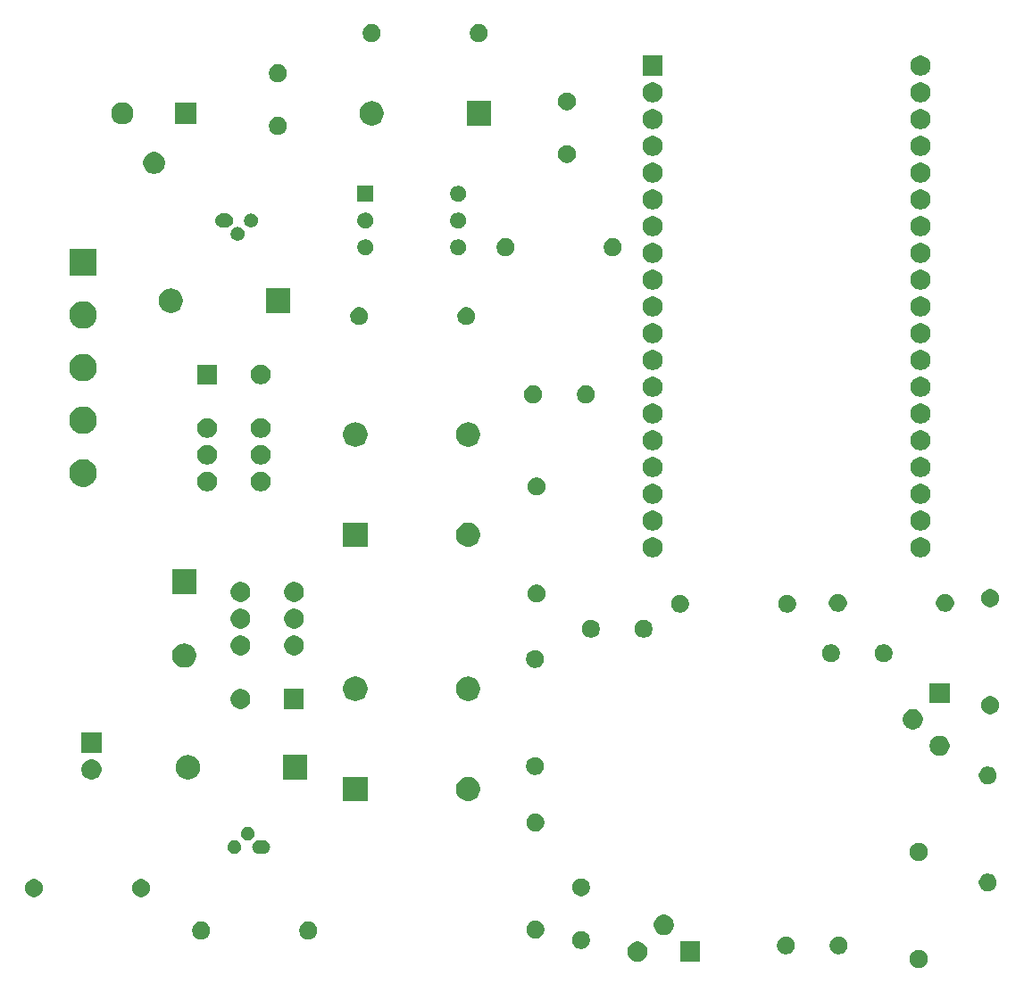
<source format=gbs>
G04 #@! TF.GenerationSoftware,KiCad,Pcbnew,5.1.6-c6e7f7d~87~ubuntu18.04.1*
G04 #@! TF.CreationDate,2020-07-18T23:18:46+02:00*
G04 #@! TF.ProjectId,interfonoRemoto,696e7465-7266-46f6-9e6f-52656d6f746f,A1*
G04 #@! TF.SameCoordinates,Original*
G04 #@! TF.FileFunction,Soldermask,Bot*
G04 #@! TF.FilePolarity,Negative*
%FSLAX46Y46*%
G04 Gerber Fmt 4.6, Leading zero omitted, Abs format (unit mm)*
G04 Created by KiCad (PCBNEW 5.1.6-c6e7f7d~87~ubuntu18.04.1) date 2020-07-18 23:18:46*
%MOMM*%
%LPD*%
G01*
G04 APERTURE LIST*
%ADD10C,0.100000*%
G04 APERTURE END LIST*
D10*
G36*
X119428228Y-170871703D02*
G01*
X119583100Y-170935853D01*
X119722481Y-171028985D01*
X119841015Y-171147519D01*
X119934147Y-171286900D01*
X119998297Y-171441772D01*
X120031000Y-171606184D01*
X120031000Y-171773816D01*
X119998297Y-171938228D01*
X119934147Y-172093100D01*
X119841015Y-172232481D01*
X119722481Y-172351015D01*
X119583100Y-172444147D01*
X119428228Y-172508297D01*
X119263816Y-172541000D01*
X119096184Y-172541000D01*
X118931772Y-172508297D01*
X118776900Y-172444147D01*
X118637519Y-172351015D01*
X118518985Y-172232481D01*
X118425853Y-172093100D01*
X118361703Y-171938228D01*
X118329000Y-171773816D01*
X118329000Y-171606184D01*
X118361703Y-171441772D01*
X118425853Y-171286900D01*
X118518985Y-171147519D01*
X118637519Y-171028985D01*
X118776900Y-170935853D01*
X118931772Y-170871703D01*
X119096184Y-170839000D01*
X119263816Y-170839000D01*
X119428228Y-170871703D01*
G37*
G36*
X98451000Y-171951000D02*
G01*
X96549000Y-171951000D01*
X96549000Y-170049000D01*
X98451000Y-170049000D01*
X98451000Y-171951000D01*
G37*
G36*
X92777395Y-170085546D02*
G01*
X92950466Y-170157234D01*
X92950467Y-170157235D01*
X93106227Y-170261310D01*
X93238690Y-170393773D01*
X93238691Y-170393775D01*
X93342766Y-170549534D01*
X93414454Y-170722605D01*
X93451000Y-170906333D01*
X93451000Y-171093667D01*
X93414454Y-171277395D01*
X93342766Y-171450466D01*
X93342765Y-171450467D01*
X93238690Y-171606227D01*
X93106227Y-171738690D01*
X93053658Y-171773815D01*
X92950466Y-171842766D01*
X92777395Y-171914454D01*
X92593667Y-171951000D01*
X92406333Y-171951000D01*
X92222605Y-171914454D01*
X92049534Y-171842766D01*
X91946342Y-171773815D01*
X91893773Y-171738690D01*
X91761310Y-171606227D01*
X91657235Y-171450467D01*
X91657234Y-171450466D01*
X91585546Y-171277395D01*
X91549000Y-171093667D01*
X91549000Y-170906333D01*
X91585546Y-170722605D01*
X91657234Y-170549534D01*
X91761309Y-170393775D01*
X91761310Y-170393773D01*
X91893773Y-170261310D01*
X92049533Y-170157235D01*
X92049534Y-170157234D01*
X92222605Y-170085546D01*
X92406333Y-170049000D01*
X92593667Y-170049000D01*
X92777395Y-170085546D01*
G37*
G36*
X111828228Y-169581703D02*
G01*
X111983100Y-169645853D01*
X112122481Y-169738985D01*
X112241015Y-169857519D01*
X112334147Y-169996900D01*
X112398297Y-170151772D01*
X112431000Y-170316184D01*
X112431000Y-170483816D01*
X112398297Y-170648228D01*
X112334147Y-170803100D01*
X112241015Y-170942481D01*
X112122481Y-171061015D01*
X111983100Y-171154147D01*
X111828228Y-171218297D01*
X111663816Y-171251000D01*
X111496184Y-171251000D01*
X111331772Y-171218297D01*
X111176900Y-171154147D01*
X111037519Y-171061015D01*
X110918985Y-170942481D01*
X110825853Y-170803100D01*
X110761703Y-170648228D01*
X110729000Y-170483816D01*
X110729000Y-170316184D01*
X110761703Y-170151772D01*
X110825853Y-169996900D01*
X110918985Y-169857519D01*
X111037519Y-169738985D01*
X111176900Y-169645853D01*
X111331772Y-169581703D01*
X111496184Y-169549000D01*
X111663816Y-169549000D01*
X111828228Y-169581703D01*
G37*
G36*
X106828228Y-169581703D02*
G01*
X106983100Y-169645853D01*
X107122481Y-169738985D01*
X107241015Y-169857519D01*
X107334147Y-169996900D01*
X107398297Y-170151772D01*
X107431000Y-170316184D01*
X107431000Y-170483816D01*
X107398297Y-170648228D01*
X107334147Y-170803100D01*
X107241015Y-170942481D01*
X107122481Y-171061015D01*
X106983100Y-171154147D01*
X106828228Y-171218297D01*
X106663816Y-171251000D01*
X106496184Y-171251000D01*
X106331772Y-171218297D01*
X106176900Y-171154147D01*
X106037519Y-171061015D01*
X105918985Y-170942481D01*
X105825853Y-170803100D01*
X105761703Y-170648228D01*
X105729000Y-170483816D01*
X105729000Y-170316184D01*
X105761703Y-170151772D01*
X105825853Y-169996900D01*
X105918985Y-169857519D01*
X106037519Y-169738985D01*
X106176900Y-169645853D01*
X106331772Y-169581703D01*
X106496184Y-169549000D01*
X106663816Y-169549000D01*
X106828228Y-169581703D01*
G37*
G36*
X87398228Y-169071703D02*
G01*
X87553100Y-169135853D01*
X87692481Y-169228985D01*
X87811015Y-169347519D01*
X87904147Y-169486900D01*
X87968297Y-169641772D01*
X88001000Y-169806184D01*
X88001000Y-169973816D01*
X87968297Y-170138228D01*
X87904147Y-170293100D01*
X87811015Y-170432481D01*
X87692481Y-170551015D01*
X87553100Y-170644147D01*
X87398228Y-170708297D01*
X87233816Y-170741000D01*
X87066184Y-170741000D01*
X86901772Y-170708297D01*
X86746900Y-170644147D01*
X86607519Y-170551015D01*
X86488985Y-170432481D01*
X86395853Y-170293100D01*
X86331703Y-170138228D01*
X86299000Y-169973816D01*
X86299000Y-169806184D01*
X86331703Y-169641772D01*
X86395853Y-169486900D01*
X86488985Y-169347519D01*
X86607519Y-169228985D01*
X86746900Y-169135853D01*
X86901772Y-169071703D01*
X87066184Y-169039000D01*
X87233816Y-169039000D01*
X87398228Y-169071703D01*
G37*
G36*
X61525728Y-168185703D02*
G01*
X61680600Y-168249853D01*
X61819981Y-168342985D01*
X61938515Y-168461519D01*
X62031647Y-168600900D01*
X62095797Y-168755772D01*
X62128500Y-168920184D01*
X62128500Y-169087816D01*
X62095797Y-169252228D01*
X62031647Y-169407100D01*
X61938515Y-169546481D01*
X61819981Y-169665015D01*
X61680600Y-169758147D01*
X61525728Y-169822297D01*
X61361316Y-169855000D01*
X61193684Y-169855000D01*
X61029272Y-169822297D01*
X60874400Y-169758147D01*
X60735019Y-169665015D01*
X60616485Y-169546481D01*
X60523353Y-169407100D01*
X60459203Y-169252228D01*
X60426500Y-169087816D01*
X60426500Y-168920184D01*
X60459203Y-168755772D01*
X60523353Y-168600900D01*
X60616485Y-168461519D01*
X60735019Y-168342985D01*
X60874400Y-168249853D01*
X61029272Y-168185703D01*
X61193684Y-168153000D01*
X61361316Y-168153000D01*
X61525728Y-168185703D01*
G37*
G36*
X51365728Y-168185703D02*
G01*
X51520600Y-168249853D01*
X51659981Y-168342985D01*
X51778515Y-168461519D01*
X51871647Y-168600900D01*
X51935797Y-168755772D01*
X51968500Y-168920184D01*
X51968500Y-169087816D01*
X51935797Y-169252228D01*
X51871647Y-169407100D01*
X51778515Y-169546481D01*
X51659981Y-169665015D01*
X51520600Y-169758147D01*
X51365728Y-169822297D01*
X51201316Y-169855000D01*
X51033684Y-169855000D01*
X50869272Y-169822297D01*
X50714400Y-169758147D01*
X50575019Y-169665015D01*
X50456485Y-169546481D01*
X50363353Y-169407100D01*
X50299203Y-169252228D01*
X50266500Y-169087816D01*
X50266500Y-168920184D01*
X50299203Y-168755772D01*
X50363353Y-168600900D01*
X50456485Y-168461519D01*
X50575019Y-168342985D01*
X50714400Y-168249853D01*
X50869272Y-168185703D01*
X51033684Y-168153000D01*
X51201316Y-168153000D01*
X51365728Y-168185703D01*
G37*
G36*
X83068228Y-168091703D02*
G01*
X83223100Y-168155853D01*
X83362481Y-168248985D01*
X83481015Y-168367519D01*
X83574147Y-168506900D01*
X83638297Y-168661772D01*
X83671000Y-168826184D01*
X83671000Y-168993816D01*
X83638297Y-169158228D01*
X83574147Y-169313100D01*
X83481015Y-169452481D01*
X83362481Y-169571015D01*
X83223100Y-169664147D01*
X83068228Y-169728297D01*
X82903816Y-169761000D01*
X82736184Y-169761000D01*
X82571772Y-169728297D01*
X82416900Y-169664147D01*
X82277519Y-169571015D01*
X82158985Y-169452481D01*
X82065853Y-169313100D01*
X82001703Y-169158228D01*
X81969000Y-168993816D01*
X81969000Y-168826184D01*
X82001703Y-168661772D01*
X82065853Y-168506900D01*
X82158985Y-168367519D01*
X82277519Y-168248985D01*
X82416900Y-168155853D01*
X82571772Y-168091703D01*
X82736184Y-168059000D01*
X82903816Y-168059000D01*
X83068228Y-168091703D01*
G37*
G36*
X95277395Y-167545546D02*
G01*
X95450466Y-167617234D01*
X95450467Y-167617235D01*
X95606227Y-167721310D01*
X95738690Y-167853773D01*
X95738691Y-167853775D01*
X95842766Y-168009534D01*
X95914454Y-168182605D01*
X95951000Y-168366333D01*
X95951000Y-168553667D01*
X95914454Y-168737395D01*
X95842766Y-168910466D01*
X95836272Y-168920185D01*
X95738690Y-169066227D01*
X95606227Y-169198690D01*
X95560887Y-169228985D01*
X95450466Y-169302766D01*
X95277395Y-169374454D01*
X95093667Y-169411000D01*
X94906333Y-169411000D01*
X94722605Y-169374454D01*
X94549534Y-169302766D01*
X94439113Y-169228985D01*
X94393773Y-169198690D01*
X94261310Y-169066227D01*
X94163728Y-168920185D01*
X94157234Y-168910466D01*
X94085546Y-168737395D01*
X94049000Y-168553667D01*
X94049000Y-168366333D01*
X94085546Y-168182605D01*
X94157234Y-168009534D01*
X94261309Y-167853775D01*
X94261310Y-167853773D01*
X94393773Y-167721310D01*
X94549533Y-167617235D01*
X94549534Y-167617234D01*
X94722605Y-167545546D01*
X94906333Y-167509000D01*
X95093667Y-167509000D01*
X95277395Y-167545546D01*
G37*
G36*
X35508228Y-164151703D02*
G01*
X35663100Y-164215853D01*
X35802481Y-164308985D01*
X35921015Y-164427519D01*
X36014147Y-164566900D01*
X36078297Y-164721772D01*
X36111000Y-164886184D01*
X36111000Y-165053816D01*
X36078297Y-165218228D01*
X36014147Y-165373100D01*
X35921015Y-165512481D01*
X35802481Y-165631015D01*
X35663100Y-165724147D01*
X35508228Y-165788297D01*
X35343816Y-165821000D01*
X35176184Y-165821000D01*
X35011772Y-165788297D01*
X34856900Y-165724147D01*
X34717519Y-165631015D01*
X34598985Y-165512481D01*
X34505853Y-165373100D01*
X34441703Y-165218228D01*
X34409000Y-165053816D01*
X34409000Y-164886184D01*
X34441703Y-164721772D01*
X34505853Y-164566900D01*
X34598985Y-164427519D01*
X34717519Y-164308985D01*
X34856900Y-164215853D01*
X35011772Y-164151703D01*
X35176184Y-164119000D01*
X35343816Y-164119000D01*
X35508228Y-164151703D01*
G37*
G36*
X45668228Y-164151703D02*
G01*
X45823100Y-164215853D01*
X45962481Y-164308985D01*
X46081015Y-164427519D01*
X46174147Y-164566900D01*
X46238297Y-164721772D01*
X46271000Y-164886184D01*
X46271000Y-165053816D01*
X46238297Y-165218228D01*
X46174147Y-165373100D01*
X46081015Y-165512481D01*
X45962481Y-165631015D01*
X45823100Y-165724147D01*
X45668228Y-165788297D01*
X45503816Y-165821000D01*
X45336184Y-165821000D01*
X45171772Y-165788297D01*
X45016900Y-165724147D01*
X44877519Y-165631015D01*
X44758985Y-165512481D01*
X44665853Y-165373100D01*
X44601703Y-165218228D01*
X44569000Y-165053816D01*
X44569000Y-164886184D01*
X44601703Y-164721772D01*
X44665853Y-164566900D01*
X44758985Y-164427519D01*
X44877519Y-164308985D01*
X45016900Y-164215853D01*
X45171772Y-164151703D01*
X45336184Y-164119000D01*
X45503816Y-164119000D01*
X45668228Y-164151703D01*
G37*
G36*
X87398228Y-164071703D02*
G01*
X87553100Y-164135853D01*
X87692481Y-164228985D01*
X87811015Y-164347519D01*
X87904147Y-164486900D01*
X87968297Y-164641772D01*
X88001000Y-164806184D01*
X88001000Y-164973816D01*
X87968297Y-165138228D01*
X87904147Y-165293100D01*
X87811015Y-165432481D01*
X87692481Y-165551015D01*
X87553100Y-165644147D01*
X87398228Y-165708297D01*
X87233816Y-165741000D01*
X87066184Y-165741000D01*
X86901772Y-165708297D01*
X86746900Y-165644147D01*
X86607519Y-165551015D01*
X86488985Y-165432481D01*
X86395853Y-165293100D01*
X86331703Y-165138228D01*
X86299000Y-164973816D01*
X86299000Y-164806184D01*
X86331703Y-164641772D01*
X86395853Y-164486900D01*
X86488985Y-164347519D01*
X86607519Y-164228985D01*
X86746900Y-164135853D01*
X86901772Y-164071703D01*
X87066184Y-164039000D01*
X87233816Y-164039000D01*
X87398228Y-164071703D01*
G37*
G36*
X125970228Y-163626703D02*
G01*
X126125100Y-163690853D01*
X126264481Y-163783985D01*
X126383015Y-163902519D01*
X126476147Y-164041900D01*
X126540297Y-164196772D01*
X126573000Y-164361184D01*
X126573000Y-164528816D01*
X126540297Y-164693228D01*
X126476147Y-164848100D01*
X126383015Y-164987481D01*
X126264481Y-165106015D01*
X126125100Y-165199147D01*
X125970228Y-165263297D01*
X125805816Y-165296000D01*
X125638184Y-165296000D01*
X125473772Y-165263297D01*
X125318900Y-165199147D01*
X125179519Y-165106015D01*
X125060985Y-164987481D01*
X124967853Y-164848100D01*
X124903703Y-164693228D01*
X124871000Y-164528816D01*
X124871000Y-164361184D01*
X124903703Y-164196772D01*
X124967853Y-164041900D01*
X125060985Y-163902519D01*
X125179519Y-163783985D01*
X125318900Y-163690853D01*
X125473772Y-163626703D01*
X125638184Y-163594000D01*
X125805816Y-163594000D01*
X125970228Y-163626703D01*
G37*
G36*
X119428228Y-160711703D02*
G01*
X119583100Y-160775853D01*
X119722481Y-160868985D01*
X119841015Y-160987519D01*
X119934147Y-161126900D01*
X119998297Y-161281772D01*
X120031000Y-161446184D01*
X120031000Y-161613816D01*
X119998297Y-161778228D01*
X119934147Y-161933100D01*
X119841015Y-162072481D01*
X119722481Y-162191015D01*
X119583100Y-162284147D01*
X119428228Y-162348297D01*
X119263816Y-162381000D01*
X119096184Y-162381000D01*
X118931772Y-162348297D01*
X118776900Y-162284147D01*
X118637519Y-162191015D01*
X118518985Y-162072481D01*
X118425853Y-161933100D01*
X118361703Y-161778228D01*
X118329000Y-161613816D01*
X118329000Y-161446184D01*
X118361703Y-161281772D01*
X118425853Y-161126900D01*
X118518985Y-160987519D01*
X118637519Y-160868985D01*
X118776900Y-160775853D01*
X118931772Y-160711703D01*
X119096184Y-160679000D01*
X119263816Y-160679000D01*
X119428228Y-160711703D01*
G37*
G36*
X54371425Y-160411983D02*
G01*
X54462090Y-160430017D01*
X54580564Y-160479091D01*
X54687188Y-160550335D01*
X54777865Y-160641012D01*
X54825101Y-160711705D01*
X54849110Y-160747638D01*
X54898183Y-160866110D01*
X54923200Y-160991881D01*
X54923200Y-161120119D01*
X54898183Y-161245890D01*
X54883321Y-161281771D01*
X54849109Y-161364364D01*
X54777865Y-161470988D01*
X54687188Y-161561665D01*
X54580564Y-161632909D01*
X54580563Y-161632910D01*
X54580562Y-161632910D01*
X54462090Y-161681983D01*
X54336319Y-161707000D01*
X54208081Y-161707000D01*
X54082310Y-161681983D01*
X53963838Y-161632910D01*
X53963837Y-161632910D01*
X53963836Y-161632909D01*
X53857212Y-161561665D01*
X53766535Y-161470988D01*
X53695291Y-161364364D01*
X53661080Y-161281771D01*
X53646217Y-161245890D01*
X53621200Y-161120119D01*
X53621200Y-160991881D01*
X53646217Y-160866110D01*
X53695290Y-160747638D01*
X53719300Y-160711705D01*
X53766535Y-160641012D01*
X53857212Y-160550335D01*
X53963836Y-160479091D01*
X54082310Y-160430017D01*
X54172975Y-160411983D01*
X54208081Y-160405000D01*
X54336319Y-160405000D01*
X54371425Y-160411983D01*
G37*
G36*
X57076055Y-160408140D02*
G01*
X57139818Y-160414420D01*
X57214254Y-160437000D01*
X57262536Y-160451646D01*
X57375625Y-160512094D01*
X57474754Y-160593446D01*
X57556106Y-160692575D01*
X57616554Y-160805664D01*
X57616555Y-160805668D01*
X57653780Y-160928382D01*
X57666349Y-161056000D01*
X57653780Y-161183618D01*
X57634890Y-161245890D01*
X57616554Y-161306336D01*
X57556106Y-161419425D01*
X57474754Y-161518554D01*
X57375625Y-161599906D01*
X57262536Y-161660354D01*
X57230604Y-161670040D01*
X57139818Y-161697580D01*
X57076055Y-161703860D01*
X57044174Y-161707000D01*
X56580226Y-161707000D01*
X56548345Y-161703860D01*
X56484582Y-161697580D01*
X56393796Y-161670040D01*
X56361864Y-161660354D01*
X56248775Y-161599906D01*
X56149646Y-161518554D01*
X56068294Y-161419425D01*
X56007846Y-161306336D01*
X55989510Y-161245890D01*
X55970620Y-161183618D01*
X55958051Y-161056000D01*
X55970620Y-160928382D01*
X56007845Y-160805668D01*
X56007846Y-160805664D01*
X56068294Y-160692575D01*
X56149646Y-160593446D01*
X56248775Y-160512094D01*
X56361864Y-160451646D01*
X56410146Y-160437000D01*
X56484582Y-160414420D01*
X56548345Y-160408140D01*
X56580226Y-160405000D01*
X57044174Y-160405000D01*
X57076055Y-160408140D01*
G37*
G36*
X55697300Y-159153097D02*
G01*
X55732090Y-159160017D01*
X55850564Y-159209091D01*
X55957188Y-159280335D01*
X56047865Y-159371012D01*
X56119109Y-159477636D01*
X56168183Y-159596110D01*
X56193200Y-159721882D01*
X56193200Y-159850118D01*
X56168183Y-159975890D01*
X56119109Y-160094364D01*
X56047865Y-160200988D01*
X55957188Y-160291665D01*
X55850564Y-160362909D01*
X55850563Y-160362910D01*
X55850562Y-160362910D01*
X55732090Y-160411983D01*
X55606319Y-160437000D01*
X55478081Y-160437000D01*
X55352310Y-160411983D01*
X55233838Y-160362910D01*
X55233837Y-160362910D01*
X55233836Y-160362909D01*
X55127212Y-160291665D01*
X55036535Y-160200988D01*
X54965291Y-160094364D01*
X54916217Y-159975890D01*
X54891200Y-159850118D01*
X54891200Y-159721882D01*
X54916217Y-159596110D01*
X54965291Y-159477636D01*
X55036535Y-159371012D01*
X55127212Y-159280335D01*
X55233836Y-159209091D01*
X55352310Y-159160017D01*
X55387100Y-159153097D01*
X55478081Y-159135000D01*
X55606319Y-159135000D01*
X55697300Y-159153097D01*
G37*
G36*
X83068228Y-157931703D02*
G01*
X83223100Y-157995853D01*
X83362481Y-158088985D01*
X83481015Y-158207519D01*
X83574147Y-158346900D01*
X83638297Y-158501772D01*
X83671000Y-158666184D01*
X83671000Y-158833816D01*
X83638297Y-158998228D01*
X83574147Y-159153100D01*
X83481015Y-159292481D01*
X83362481Y-159411015D01*
X83223100Y-159504147D01*
X83068228Y-159568297D01*
X82903816Y-159601000D01*
X82736184Y-159601000D01*
X82571772Y-159568297D01*
X82416900Y-159504147D01*
X82277519Y-159411015D01*
X82158985Y-159292481D01*
X82065853Y-159153100D01*
X82001703Y-158998228D01*
X81969000Y-158833816D01*
X81969000Y-158666184D01*
X82001703Y-158501772D01*
X82065853Y-158346900D01*
X82158985Y-158207519D01*
X82277519Y-158088985D01*
X82416900Y-157995853D01*
X82571772Y-157931703D01*
X82736184Y-157899000D01*
X82903816Y-157899000D01*
X83068228Y-157931703D01*
G37*
G36*
X66893100Y-156701000D02*
G01*
X64591100Y-156701000D01*
X64591100Y-154399000D01*
X66893100Y-154399000D01*
X66893100Y-156701000D01*
G37*
G36*
X76666649Y-154421116D02*
G01*
X76777834Y-154443232D01*
X76925950Y-154504584D01*
X76963176Y-154520003D01*
X76987303Y-154529997D01*
X77175820Y-154655960D01*
X77336140Y-154816280D01*
X77462103Y-155004797D01*
X77548868Y-155214266D01*
X77593100Y-155436636D01*
X77593100Y-155663364D01*
X77548868Y-155885734D01*
X77462103Y-156095203D01*
X77336140Y-156283720D01*
X77175820Y-156444040D01*
X76987303Y-156570003D01*
X76777834Y-156656768D01*
X76666649Y-156678884D01*
X76555465Y-156701000D01*
X76328735Y-156701000D01*
X76217551Y-156678884D01*
X76106366Y-156656768D01*
X75896897Y-156570003D01*
X75708380Y-156444040D01*
X75548060Y-156283720D01*
X75422097Y-156095203D01*
X75335332Y-155885734D01*
X75291100Y-155663364D01*
X75291100Y-155436636D01*
X75335332Y-155214266D01*
X75422097Y-155004797D01*
X75548060Y-154816280D01*
X75708380Y-154655960D01*
X75896897Y-154529997D01*
X75921025Y-154520003D01*
X75958250Y-154504584D01*
X76106366Y-154443232D01*
X76217551Y-154421116D01*
X76328735Y-154399000D01*
X76555465Y-154399000D01*
X76666649Y-154421116D01*
G37*
G36*
X125970228Y-153466703D02*
G01*
X126125100Y-153530853D01*
X126264481Y-153623985D01*
X126383015Y-153742519D01*
X126476147Y-153881900D01*
X126540297Y-154036772D01*
X126573000Y-154201184D01*
X126573000Y-154368816D01*
X126540297Y-154533228D01*
X126476147Y-154688100D01*
X126383015Y-154827481D01*
X126264481Y-154946015D01*
X126125100Y-155039147D01*
X125970228Y-155103297D01*
X125805816Y-155136000D01*
X125638184Y-155136000D01*
X125473772Y-155103297D01*
X125318900Y-155039147D01*
X125179519Y-154946015D01*
X125060985Y-154827481D01*
X124967853Y-154688100D01*
X124903703Y-154533228D01*
X124871000Y-154368816D01*
X124871000Y-154201184D01*
X124903703Y-154036772D01*
X124967853Y-153881900D01*
X125060985Y-153742519D01*
X125179519Y-153623985D01*
X125318900Y-153530853D01*
X125473772Y-153466703D01*
X125638184Y-153434000D01*
X125805816Y-153434000D01*
X125970228Y-153466703D01*
G37*
G36*
X40996095Y-152791546D02*
G01*
X41169166Y-152863234D01*
X41169167Y-152863235D01*
X41324927Y-152967310D01*
X41457390Y-153099773D01*
X41457391Y-153099775D01*
X41561466Y-153255534D01*
X41633154Y-153428605D01*
X41669700Y-153612333D01*
X41669700Y-153799667D01*
X41633154Y-153983395D01*
X41561466Y-154156466D01*
X41561465Y-154156467D01*
X41457390Y-154312227D01*
X41324927Y-154444690D01*
X41246518Y-154497081D01*
X41169166Y-154548766D01*
X40996095Y-154620454D01*
X40812367Y-154657000D01*
X40625033Y-154657000D01*
X40441305Y-154620454D01*
X40268234Y-154548766D01*
X40190882Y-154497081D01*
X40112473Y-154444690D01*
X39980010Y-154312227D01*
X39875935Y-154156467D01*
X39875934Y-154156466D01*
X39804246Y-153983395D01*
X39767700Y-153799667D01*
X39767700Y-153612333D01*
X39804246Y-153428605D01*
X39875934Y-153255534D01*
X39980009Y-153099775D01*
X39980010Y-153099773D01*
X40112473Y-152967310D01*
X40268233Y-152863235D01*
X40268234Y-152863234D01*
X40441305Y-152791546D01*
X40625033Y-152755000D01*
X40812367Y-152755000D01*
X40996095Y-152791546D01*
G37*
G36*
X50056052Y-152364453D02*
G01*
X50200734Y-152393232D01*
X50410203Y-152479997D01*
X50598720Y-152605960D01*
X50759040Y-152766280D01*
X50885003Y-152954797D01*
X50959551Y-153134771D01*
X50971768Y-153164267D01*
X51016000Y-153386635D01*
X51016000Y-153613365D01*
X50993884Y-153724549D01*
X50971768Y-153835734D01*
X50885003Y-154045203D01*
X50759040Y-154233720D01*
X50598720Y-154394040D01*
X50410203Y-154520003D01*
X50410202Y-154520004D01*
X50410201Y-154520004D01*
X50378275Y-154533228D01*
X50200734Y-154606768D01*
X50089549Y-154628884D01*
X49978365Y-154651000D01*
X49751635Y-154651000D01*
X49640451Y-154628884D01*
X49529266Y-154606768D01*
X49351725Y-154533228D01*
X49319799Y-154520004D01*
X49319798Y-154520004D01*
X49319797Y-154520003D01*
X49131280Y-154394040D01*
X48970960Y-154233720D01*
X48844997Y-154045203D01*
X48758232Y-153835734D01*
X48736116Y-153724549D01*
X48714000Y-153613365D01*
X48714000Y-153386635D01*
X48758232Y-153164267D01*
X48770450Y-153134771D01*
X48844997Y-152954797D01*
X48970960Y-152766280D01*
X49131280Y-152605960D01*
X49319797Y-152479997D01*
X49529266Y-152393232D01*
X49673948Y-152364453D01*
X49751635Y-152349000D01*
X49978365Y-152349000D01*
X50056052Y-152364453D01*
G37*
G36*
X61176000Y-154651000D02*
G01*
X58874000Y-154651000D01*
X58874000Y-152349000D01*
X61176000Y-152349000D01*
X61176000Y-154651000D01*
G37*
G36*
X83031928Y-152564703D02*
G01*
X83186800Y-152628853D01*
X83326181Y-152721985D01*
X83444715Y-152840519D01*
X83537847Y-152979900D01*
X83601997Y-153134772D01*
X83634700Y-153299184D01*
X83634700Y-153466816D01*
X83601997Y-153631228D01*
X83537847Y-153786100D01*
X83444715Y-153925481D01*
X83326181Y-154044015D01*
X83186800Y-154137147D01*
X83031928Y-154201297D01*
X82867516Y-154234000D01*
X82699884Y-154234000D01*
X82535472Y-154201297D01*
X82380600Y-154137147D01*
X82241219Y-154044015D01*
X82122685Y-153925481D01*
X82029553Y-153786100D01*
X81965403Y-153631228D01*
X81932700Y-153466816D01*
X81932700Y-153299184D01*
X81965403Y-153134772D01*
X82029553Y-152979900D01*
X82122685Y-152840519D01*
X82241219Y-152721985D01*
X82380600Y-152628853D01*
X82535472Y-152564703D01*
X82699884Y-152532000D01*
X82867516Y-152532000D01*
X83031928Y-152564703D01*
G37*
G36*
X121427395Y-150535546D02*
G01*
X121600466Y-150607234D01*
X121600467Y-150607235D01*
X121756227Y-150711310D01*
X121888690Y-150843773D01*
X121888691Y-150843775D01*
X121992766Y-150999534D01*
X122064454Y-151172605D01*
X122101000Y-151356333D01*
X122101000Y-151543667D01*
X122064454Y-151727395D01*
X121992766Y-151900466D01*
X121992765Y-151900467D01*
X121888690Y-152056227D01*
X121756227Y-152188690D01*
X121677818Y-152241081D01*
X121600466Y-152292766D01*
X121427395Y-152364454D01*
X121243667Y-152401000D01*
X121056333Y-152401000D01*
X120872605Y-152364454D01*
X120699534Y-152292766D01*
X120622182Y-152241081D01*
X120543773Y-152188690D01*
X120411310Y-152056227D01*
X120307235Y-151900467D01*
X120307234Y-151900466D01*
X120235546Y-151727395D01*
X120199000Y-151543667D01*
X120199000Y-151356333D01*
X120235546Y-151172605D01*
X120307234Y-150999534D01*
X120411309Y-150843775D01*
X120411310Y-150843773D01*
X120543773Y-150711310D01*
X120699533Y-150607235D01*
X120699534Y-150607234D01*
X120872605Y-150535546D01*
X121056333Y-150499000D01*
X121243667Y-150499000D01*
X121427395Y-150535546D01*
G37*
G36*
X41669700Y-152117000D02*
G01*
X39767700Y-152117000D01*
X39767700Y-150215000D01*
X41669700Y-150215000D01*
X41669700Y-152117000D01*
G37*
G36*
X118887395Y-148035546D02*
G01*
X119060466Y-148107234D01*
X119060467Y-148107235D01*
X119216227Y-148211310D01*
X119348690Y-148343773D01*
X119348691Y-148343775D01*
X119452766Y-148499534D01*
X119524454Y-148672605D01*
X119561000Y-148856333D01*
X119561000Y-149043667D01*
X119524454Y-149227395D01*
X119452766Y-149400466D01*
X119452765Y-149400467D01*
X119348690Y-149556227D01*
X119216227Y-149688690D01*
X119137818Y-149741081D01*
X119060466Y-149792766D01*
X118887395Y-149864454D01*
X118703667Y-149901000D01*
X118516333Y-149901000D01*
X118332605Y-149864454D01*
X118159534Y-149792766D01*
X118082182Y-149741081D01*
X118003773Y-149688690D01*
X117871310Y-149556227D01*
X117767235Y-149400467D01*
X117767234Y-149400466D01*
X117695546Y-149227395D01*
X117659000Y-149043667D01*
X117659000Y-148856333D01*
X117695546Y-148672605D01*
X117767234Y-148499534D01*
X117871309Y-148343775D01*
X117871310Y-148343773D01*
X118003773Y-148211310D01*
X118159533Y-148107235D01*
X118159534Y-148107234D01*
X118332605Y-148035546D01*
X118516333Y-147999000D01*
X118703667Y-147999000D01*
X118887395Y-148035546D01*
G37*
G36*
X126198228Y-146791703D02*
G01*
X126353100Y-146855853D01*
X126492481Y-146948985D01*
X126611015Y-147067519D01*
X126704147Y-147206900D01*
X126768297Y-147361772D01*
X126801000Y-147526184D01*
X126801000Y-147693816D01*
X126768297Y-147858228D01*
X126704147Y-148013100D01*
X126611015Y-148152481D01*
X126492481Y-148271015D01*
X126353100Y-148364147D01*
X126198228Y-148428297D01*
X126033816Y-148461000D01*
X125866184Y-148461000D01*
X125701772Y-148428297D01*
X125546900Y-148364147D01*
X125407519Y-148271015D01*
X125288985Y-148152481D01*
X125195853Y-148013100D01*
X125131703Y-147858228D01*
X125099000Y-147693816D01*
X125099000Y-147526184D01*
X125131703Y-147361772D01*
X125195853Y-147206900D01*
X125288985Y-147067519D01*
X125407519Y-146948985D01*
X125546900Y-146855853D01*
X125701772Y-146791703D01*
X125866184Y-146759000D01*
X126033816Y-146759000D01*
X126198228Y-146791703D01*
G37*
G36*
X60873800Y-147965000D02*
G01*
X58993800Y-147965000D01*
X58993800Y-146085000D01*
X60873800Y-146085000D01*
X60873800Y-147965000D01*
G37*
G36*
X55127987Y-146121123D02*
G01*
X55299055Y-146191982D01*
X55299057Y-146191983D01*
X55376558Y-146243768D01*
X55453014Y-146294854D01*
X55583946Y-146425786D01*
X55686818Y-146579745D01*
X55757677Y-146750813D01*
X55793800Y-146932417D01*
X55793800Y-147117583D01*
X55757677Y-147299187D01*
X55731753Y-147361772D01*
X55686817Y-147470257D01*
X55583945Y-147624215D01*
X55453015Y-147755145D01*
X55299057Y-147858017D01*
X55299056Y-147858018D01*
X55299055Y-147858018D01*
X55127987Y-147928877D01*
X54946383Y-147965000D01*
X54761217Y-147965000D01*
X54579613Y-147928877D01*
X54408545Y-147858018D01*
X54408544Y-147858018D01*
X54408543Y-147858017D01*
X54254585Y-147755145D01*
X54123655Y-147624215D01*
X54020783Y-147470257D01*
X53975847Y-147361772D01*
X53949923Y-147299187D01*
X53913800Y-147117583D01*
X53913800Y-146932417D01*
X53949923Y-146750813D01*
X54020782Y-146579745D01*
X54123654Y-146425786D01*
X54254586Y-146294854D01*
X54331042Y-146243768D01*
X54408543Y-146191983D01*
X54408545Y-146191982D01*
X54579613Y-146121123D01*
X54761217Y-146085000D01*
X54946383Y-146085000D01*
X55127987Y-146121123D01*
G37*
G36*
X122101000Y-147401000D02*
G01*
X120199000Y-147401000D01*
X120199000Y-145499000D01*
X122101000Y-145499000D01*
X122101000Y-147401000D01*
G37*
G36*
X65966649Y-144921116D02*
G01*
X66077834Y-144943232D01*
X66287303Y-145029997D01*
X66475820Y-145155960D01*
X66636140Y-145316280D01*
X66762103Y-145504797D01*
X66848868Y-145714266D01*
X66893100Y-145936636D01*
X66893100Y-146163364D01*
X66848868Y-146385734D01*
X66762103Y-146595203D01*
X66636140Y-146783720D01*
X66475820Y-146944040D01*
X66287303Y-147070003D01*
X66077834Y-147156768D01*
X65966649Y-147178884D01*
X65855465Y-147201000D01*
X65628735Y-147201000D01*
X65517551Y-147178884D01*
X65406366Y-147156768D01*
X65196897Y-147070003D01*
X65008380Y-146944040D01*
X64848060Y-146783720D01*
X64722097Y-146595203D01*
X64635332Y-146385734D01*
X64591100Y-146163364D01*
X64591100Y-145936636D01*
X64635332Y-145714266D01*
X64722097Y-145504797D01*
X64848060Y-145316280D01*
X65008380Y-145155960D01*
X65196897Y-145029997D01*
X65406366Y-144943232D01*
X65517551Y-144921116D01*
X65628735Y-144899000D01*
X65855465Y-144899000D01*
X65966649Y-144921116D01*
G37*
G36*
X76666649Y-144921116D02*
G01*
X76777834Y-144943232D01*
X76987303Y-145029997D01*
X77175820Y-145155960D01*
X77336140Y-145316280D01*
X77462103Y-145504797D01*
X77548868Y-145714266D01*
X77593100Y-145936636D01*
X77593100Y-146163364D01*
X77548868Y-146385734D01*
X77462103Y-146595203D01*
X77336140Y-146783720D01*
X77175820Y-146944040D01*
X76987303Y-147070003D01*
X76777834Y-147156768D01*
X76666649Y-147178884D01*
X76555465Y-147201000D01*
X76328735Y-147201000D01*
X76217551Y-147178884D01*
X76106366Y-147156768D01*
X75896897Y-147070003D01*
X75708380Y-146944040D01*
X75548060Y-146783720D01*
X75422097Y-146595203D01*
X75335332Y-146385734D01*
X75291100Y-146163364D01*
X75291100Y-145936636D01*
X75335332Y-145714266D01*
X75422097Y-145504797D01*
X75548060Y-145316280D01*
X75708380Y-145155960D01*
X75896897Y-145029997D01*
X76106366Y-144943232D01*
X76217551Y-144921116D01*
X76328735Y-144899000D01*
X76555465Y-144899000D01*
X76666649Y-144921116D01*
G37*
G36*
X83031928Y-142404703D02*
G01*
X83186800Y-142468853D01*
X83326181Y-142561985D01*
X83444715Y-142680519D01*
X83537847Y-142819900D01*
X83601997Y-142974772D01*
X83634700Y-143139184D01*
X83634700Y-143306816D01*
X83601997Y-143471228D01*
X83537847Y-143626100D01*
X83444715Y-143765481D01*
X83326181Y-143884015D01*
X83186800Y-143977147D01*
X83031928Y-144041297D01*
X82867516Y-144074000D01*
X82699884Y-144074000D01*
X82535472Y-144041297D01*
X82380600Y-143977147D01*
X82241219Y-143884015D01*
X82122685Y-143765481D01*
X82029553Y-143626100D01*
X81965403Y-143471228D01*
X81932700Y-143306816D01*
X81932700Y-143139184D01*
X81965403Y-142974772D01*
X82029553Y-142819900D01*
X82122685Y-142680519D01*
X82241219Y-142561985D01*
X82380600Y-142468853D01*
X82535472Y-142404703D01*
X82699884Y-142372000D01*
X82867516Y-142372000D01*
X83031928Y-142404703D01*
G37*
G36*
X49726649Y-141771116D02*
G01*
X49837834Y-141793232D01*
X49924185Y-141829000D01*
X50003138Y-141861703D01*
X50047303Y-141879997D01*
X50235820Y-142005960D01*
X50396140Y-142166280D01*
X50522103Y-142354797D01*
X50608868Y-142564266D01*
X50653100Y-142786636D01*
X50653100Y-143013364D01*
X50608868Y-143235734D01*
X50522103Y-143445203D01*
X50396140Y-143633720D01*
X50235820Y-143794040D01*
X50047303Y-143920003D01*
X49837834Y-144006768D01*
X49726649Y-144028884D01*
X49615465Y-144051000D01*
X49388735Y-144051000D01*
X49277551Y-144028884D01*
X49166366Y-144006768D01*
X48956897Y-143920003D01*
X48768380Y-143794040D01*
X48608060Y-143633720D01*
X48482097Y-143445203D01*
X48395332Y-143235734D01*
X48351100Y-143013364D01*
X48351100Y-142786636D01*
X48395332Y-142564266D01*
X48482097Y-142354797D01*
X48608060Y-142166280D01*
X48768380Y-142005960D01*
X48956897Y-141879997D01*
X49001063Y-141861703D01*
X49080015Y-141829000D01*
X49166366Y-141793232D01*
X49277551Y-141771116D01*
X49388735Y-141749000D01*
X49615465Y-141749000D01*
X49726649Y-141771116D01*
G37*
G36*
X116088228Y-141861703D02*
G01*
X116243100Y-141925853D01*
X116382481Y-142018985D01*
X116501015Y-142137519D01*
X116594147Y-142276900D01*
X116658297Y-142431772D01*
X116691000Y-142596184D01*
X116691000Y-142763816D01*
X116658297Y-142928228D01*
X116594147Y-143083100D01*
X116501015Y-143222481D01*
X116382481Y-143341015D01*
X116243100Y-143434147D01*
X116088228Y-143498297D01*
X115923816Y-143531000D01*
X115756184Y-143531000D01*
X115591772Y-143498297D01*
X115436900Y-143434147D01*
X115297519Y-143341015D01*
X115178985Y-143222481D01*
X115085853Y-143083100D01*
X115021703Y-142928228D01*
X114989000Y-142763816D01*
X114989000Y-142596184D01*
X115021703Y-142431772D01*
X115085853Y-142276900D01*
X115178985Y-142137519D01*
X115297519Y-142018985D01*
X115436900Y-141925853D01*
X115591772Y-141861703D01*
X115756184Y-141829000D01*
X115923816Y-141829000D01*
X116088228Y-141861703D01*
G37*
G36*
X111088228Y-141861703D02*
G01*
X111243100Y-141925853D01*
X111382481Y-142018985D01*
X111501015Y-142137519D01*
X111594147Y-142276900D01*
X111658297Y-142431772D01*
X111691000Y-142596184D01*
X111691000Y-142763816D01*
X111658297Y-142928228D01*
X111594147Y-143083100D01*
X111501015Y-143222481D01*
X111382481Y-143341015D01*
X111243100Y-143434147D01*
X111088228Y-143498297D01*
X110923816Y-143531000D01*
X110756184Y-143531000D01*
X110591772Y-143498297D01*
X110436900Y-143434147D01*
X110297519Y-143341015D01*
X110178985Y-143222481D01*
X110085853Y-143083100D01*
X110021703Y-142928228D01*
X109989000Y-142763816D01*
X109989000Y-142596184D01*
X110021703Y-142431772D01*
X110085853Y-142276900D01*
X110178985Y-142137519D01*
X110297519Y-142018985D01*
X110436900Y-141925853D01*
X110591772Y-141861703D01*
X110756184Y-141829000D01*
X110923816Y-141829000D01*
X111088228Y-141861703D01*
G37*
G36*
X60207987Y-141041123D02*
G01*
X60379055Y-141111982D01*
X60379057Y-141111983D01*
X60382297Y-141114148D01*
X60533014Y-141214854D01*
X60663946Y-141345786D01*
X60766818Y-141499745D01*
X60837677Y-141670813D01*
X60873800Y-141852417D01*
X60873800Y-142037583D01*
X60837677Y-142219187D01*
X60766818Y-142390255D01*
X60663946Y-142544214D01*
X60533014Y-142675146D01*
X60524971Y-142680520D01*
X60379057Y-142778017D01*
X60379056Y-142778018D01*
X60379055Y-142778018D01*
X60207987Y-142848877D01*
X60026383Y-142885000D01*
X59841217Y-142885000D01*
X59659613Y-142848877D01*
X59488545Y-142778018D01*
X59488544Y-142778018D01*
X59488543Y-142778017D01*
X59342629Y-142680520D01*
X59334586Y-142675146D01*
X59203654Y-142544214D01*
X59100782Y-142390255D01*
X59029923Y-142219187D01*
X58993800Y-142037583D01*
X58993800Y-141852417D01*
X59029923Y-141670813D01*
X59100782Y-141499745D01*
X59203654Y-141345786D01*
X59334586Y-141214854D01*
X59485303Y-141114148D01*
X59488543Y-141111983D01*
X59488545Y-141111982D01*
X59659613Y-141041123D01*
X59841217Y-141005000D01*
X60026383Y-141005000D01*
X60207987Y-141041123D01*
G37*
G36*
X55127987Y-141041123D02*
G01*
X55299055Y-141111982D01*
X55299057Y-141111983D01*
X55302297Y-141114148D01*
X55453014Y-141214854D01*
X55583946Y-141345786D01*
X55686818Y-141499745D01*
X55757677Y-141670813D01*
X55793800Y-141852417D01*
X55793800Y-142037583D01*
X55757677Y-142219187D01*
X55686818Y-142390255D01*
X55583946Y-142544214D01*
X55453014Y-142675146D01*
X55444971Y-142680520D01*
X55299057Y-142778017D01*
X55299056Y-142778018D01*
X55299055Y-142778018D01*
X55127987Y-142848877D01*
X54946383Y-142885000D01*
X54761217Y-142885000D01*
X54579613Y-142848877D01*
X54408545Y-142778018D01*
X54408544Y-142778018D01*
X54408543Y-142778017D01*
X54262629Y-142680520D01*
X54254586Y-142675146D01*
X54123654Y-142544214D01*
X54020782Y-142390255D01*
X53949923Y-142219187D01*
X53913800Y-142037583D01*
X53913800Y-141852417D01*
X53949923Y-141670813D01*
X54020782Y-141499745D01*
X54123654Y-141345786D01*
X54254586Y-141214854D01*
X54405303Y-141114148D01*
X54408543Y-141111983D01*
X54408545Y-141111982D01*
X54579613Y-141041123D01*
X54761217Y-141005000D01*
X54946383Y-141005000D01*
X55127987Y-141041123D01*
G37*
G36*
X88318228Y-139541703D02*
G01*
X88473100Y-139605853D01*
X88612481Y-139698985D01*
X88731015Y-139817519D01*
X88824147Y-139956900D01*
X88888297Y-140111772D01*
X88921000Y-140276184D01*
X88921000Y-140443816D01*
X88888297Y-140608228D01*
X88824147Y-140763100D01*
X88731015Y-140902481D01*
X88612481Y-141021015D01*
X88473100Y-141114147D01*
X88318228Y-141178297D01*
X88153816Y-141211000D01*
X87986184Y-141211000D01*
X87821772Y-141178297D01*
X87666900Y-141114147D01*
X87527519Y-141021015D01*
X87408985Y-140902481D01*
X87315853Y-140763100D01*
X87251703Y-140608228D01*
X87219000Y-140443816D01*
X87219000Y-140276184D01*
X87251703Y-140111772D01*
X87315853Y-139956900D01*
X87408985Y-139817519D01*
X87527519Y-139698985D01*
X87666900Y-139605853D01*
X87821772Y-139541703D01*
X87986184Y-139509000D01*
X88153816Y-139509000D01*
X88318228Y-139541703D01*
G37*
G36*
X93318228Y-139541703D02*
G01*
X93473100Y-139605853D01*
X93612481Y-139698985D01*
X93731015Y-139817519D01*
X93824147Y-139956900D01*
X93888297Y-140111772D01*
X93921000Y-140276184D01*
X93921000Y-140443816D01*
X93888297Y-140608228D01*
X93824147Y-140763100D01*
X93731015Y-140902481D01*
X93612481Y-141021015D01*
X93473100Y-141114147D01*
X93318228Y-141178297D01*
X93153816Y-141211000D01*
X92986184Y-141211000D01*
X92821772Y-141178297D01*
X92666900Y-141114147D01*
X92527519Y-141021015D01*
X92408985Y-140902481D01*
X92315853Y-140763100D01*
X92251703Y-140608228D01*
X92219000Y-140443816D01*
X92219000Y-140276184D01*
X92251703Y-140111772D01*
X92315853Y-139956900D01*
X92408985Y-139817519D01*
X92527519Y-139698985D01*
X92666900Y-139605853D01*
X92821772Y-139541703D01*
X92986184Y-139509000D01*
X93153816Y-139509000D01*
X93318228Y-139541703D01*
G37*
G36*
X60207987Y-138501123D02*
G01*
X60328436Y-138551015D01*
X60379057Y-138571983D01*
X60456558Y-138623768D01*
X60533014Y-138674854D01*
X60663946Y-138805786D01*
X60766818Y-138959745D01*
X60837677Y-139130813D01*
X60873800Y-139312417D01*
X60873800Y-139497583D01*
X60837677Y-139679187D01*
X60829476Y-139698985D01*
X60766817Y-139850257D01*
X60663945Y-140004215D01*
X60533015Y-140135145D01*
X60379057Y-140238017D01*
X60379056Y-140238018D01*
X60379055Y-140238018D01*
X60207987Y-140308877D01*
X60026383Y-140345000D01*
X59841217Y-140345000D01*
X59659613Y-140308877D01*
X59488545Y-140238018D01*
X59488544Y-140238018D01*
X59488543Y-140238017D01*
X59334585Y-140135145D01*
X59203655Y-140004215D01*
X59100783Y-139850257D01*
X59038124Y-139698985D01*
X59029923Y-139679187D01*
X58993800Y-139497583D01*
X58993800Y-139312417D01*
X59029923Y-139130813D01*
X59100782Y-138959745D01*
X59203654Y-138805786D01*
X59334586Y-138674854D01*
X59411042Y-138623768D01*
X59488543Y-138571983D01*
X59539164Y-138551015D01*
X59659613Y-138501123D01*
X59841217Y-138465000D01*
X60026383Y-138465000D01*
X60207987Y-138501123D01*
G37*
G36*
X55127987Y-138501123D02*
G01*
X55248436Y-138551015D01*
X55299057Y-138571983D01*
X55376558Y-138623768D01*
X55453014Y-138674854D01*
X55583946Y-138805786D01*
X55686818Y-138959745D01*
X55757677Y-139130813D01*
X55793800Y-139312417D01*
X55793800Y-139497583D01*
X55757677Y-139679187D01*
X55749476Y-139698985D01*
X55686817Y-139850257D01*
X55583945Y-140004215D01*
X55453015Y-140135145D01*
X55299057Y-140238017D01*
X55299056Y-140238018D01*
X55299055Y-140238018D01*
X55127987Y-140308877D01*
X54946383Y-140345000D01*
X54761217Y-140345000D01*
X54579613Y-140308877D01*
X54408545Y-140238018D01*
X54408544Y-140238018D01*
X54408543Y-140238017D01*
X54254585Y-140135145D01*
X54123655Y-140004215D01*
X54020783Y-139850257D01*
X53958124Y-139698985D01*
X53949923Y-139679187D01*
X53913800Y-139497583D01*
X53913800Y-139312417D01*
X53949923Y-139130813D01*
X54020782Y-138959745D01*
X54123654Y-138805786D01*
X54254586Y-138674854D01*
X54331042Y-138623768D01*
X54408543Y-138571983D01*
X54459164Y-138551015D01*
X54579613Y-138501123D01*
X54761217Y-138465000D01*
X54946383Y-138465000D01*
X55127987Y-138501123D01*
G37*
G36*
X96778228Y-137151703D02*
G01*
X96933100Y-137215853D01*
X97072481Y-137308985D01*
X97191015Y-137427519D01*
X97284147Y-137566900D01*
X97348297Y-137721772D01*
X97381000Y-137886184D01*
X97381000Y-138053816D01*
X97348297Y-138218228D01*
X97284147Y-138373100D01*
X97191015Y-138512481D01*
X97072481Y-138631015D01*
X96933100Y-138724147D01*
X96778228Y-138788297D01*
X96613816Y-138821000D01*
X96446184Y-138821000D01*
X96281772Y-138788297D01*
X96126900Y-138724147D01*
X95987519Y-138631015D01*
X95868985Y-138512481D01*
X95775853Y-138373100D01*
X95711703Y-138218228D01*
X95679000Y-138053816D01*
X95679000Y-137886184D01*
X95711703Y-137721772D01*
X95775853Y-137566900D01*
X95868985Y-137427519D01*
X95987519Y-137308985D01*
X96126900Y-137215853D01*
X96281772Y-137151703D01*
X96446184Y-137119000D01*
X96613816Y-137119000D01*
X96778228Y-137151703D01*
G37*
G36*
X106938228Y-137151703D02*
G01*
X107093100Y-137215853D01*
X107232481Y-137308985D01*
X107351015Y-137427519D01*
X107444147Y-137566900D01*
X107508297Y-137721772D01*
X107541000Y-137886184D01*
X107541000Y-138053816D01*
X107508297Y-138218228D01*
X107444147Y-138373100D01*
X107351015Y-138512481D01*
X107232481Y-138631015D01*
X107093100Y-138724147D01*
X106938228Y-138788297D01*
X106773816Y-138821000D01*
X106606184Y-138821000D01*
X106441772Y-138788297D01*
X106286900Y-138724147D01*
X106147519Y-138631015D01*
X106028985Y-138512481D01*
X105935853Y-138373100D01*
X105871703Y-138218228D01*
X105839000Y-138053816D01*
X105839000Y-137886184D01*
X105871703Y-137721772D01*
X105935853Y-137566900D01*
X106028985Y-137427519D01*
X106147519Y-137308985D01*
X106286900Y-137215853D01*
X106441772Y-137151703D01*
X106606184Y-137119000D01*
X106773816Y-137119000D01*
X106938228Y-137151703D01*
G37*
G36*
X111758228Y-137071703D02*
G01*
X111913100Y-137135853D01*
X112052481Y-137228985D01*
X112171015Y-137347519D01*
X112264147Y-137486900D01*
X112328297Y-137641772D01*
X112361000Y-137806184D01*
X112361000Y-137973816D01*
X112328297Y-138138228D01*
X112264147Y-138293100D01*
X112171015Y-138432481D01*
X112052481Y-138551015D01*
X111913100Y-138644147D01*
X111758228Y-138708297D01*
X111593816Y-138741000D01*
X111426184Y-138741000D01*
X111261772Y-138708297D01*
X111106900Y-138644147D01*
X110967519Y-138551015D01*
X110848985Y-138432481D01*
X110755853Y-138293100D01*
X110691703Y-138138228D01*
X110659000Y-137973816D01*
X110659000Y-137806184D01*
X110691703Y-137641772D01*
X110755853Y-137486900D01*
X110848985Y-137347519D01*
X110967519Y-137228985D01*
X111106900Y-137135853D01*
X111261772Y-137071703D01*
X111426184Y-137039000D01*
X111593816Y-137039000D01*
X111758228Y-137071703D01*
G37*
G36*
X121918228Y-137071703D02*
G01*
X122073100Y-137135853D01*
X122212481Y-137228985D01*
X122331015Y-137347519D01*
X122424147Y-137486900D01*
X122488297Y-137641772D01*
X122521000Y-137806184D01*
X122521000Y-137973816D01*
X122488297Y-138138228D01*
X122424147Y-138293100D01*
X122331015Y-138432481D01*
X122212481Y-138551015D01*
X122073100Y-138644147D01*
X121918228Y-138708297D01*
X121753816Y-138741000D01*
X121586184Y-138741000D01*
X121421772Y-138708297D01*
X121266900Y-138644147D01*
X121127519Y-138551015D01*
X121008985Y-138432481D01*
X120915853Y-138293100D01*
X120851703Y-138138228D01*
X120819000Y-137973816D01*
X120819000Y-137806184D01*
X120851703Y-137641772D01*
X120915853Y-137486900D01*
X121008985Y-137347519D01*
X121127519Y-137228985D01*
X121266900Y-137135853D01*
X121421772Y-137071703D01*
X121586184Y-137039000D01*
X121753816Y-137039000D01*
X121918228Y-137071703D01*
G37*
G36*
X126198228Y-136631703D02*
G01*
X126353100Y-136695853D01*
X126492481Y-136788985D01*
X126611015Y-136907519D01*
X126704147Y-137046900D01*
X126768297Y-137201772D01*
X126801000Y-137366184D01*
X126801000Y-137533816D01*
X126768297Y-137698228D01*
X126704147Y-137853100D01*
X126611015Y-137992481D01*
X126492481Y-138111015D01*
X126353100Y-138204147D01*
X126198228Y-138268297D01*
X126033816Y-138301000D01*
X125866184Y-138301000D01*
X125701772Y-138268297D01*
X125546900Y-138204147D01*
X125407519Y-138111015D01*
X125288985Y-137992481D01*
X125195853Y-137853100D01*
X125131703Y-137698228D01*
X125099000Y-137533816D01*
X125099000Y-137366184D01*
X125131703Y-137201772D01*
X125195853Y-137046900D01*
X125288985Y-136907519D01*
X125407519Y-136788985D01*
X125546900Y-136695853D01*
X125701772Y-136631703D01*
X125866184Y-136599000D01*
X126033816Y-136599000D01*
X126198228Y-136631703D01*
G37*
G36*
X83171628Y-136191703D02*
G01*
X83326500Y-136255853D01*
X83465881Y-136348985D01*
X83584415Y-136467519D01*
X83677547Y-136606900D01*
X83741697Y-136761772D01*
X83774400Y-136926184D01*
X83774400Y-137093816D01*
X83741697Y-137258228D01*
X83677547Y-137413100D01*
X83584415Y-137552481D01*
X83465881Y-137671015D01*
X83326500Y-137764147D01*
X83171628Y-137828297D01*
X83007216Y-137861000D01*
X82839584Y-137861000D01*
X82675172Y-137828297D01*
X82520300Y-137764147D01*
X82380919Y-137671015D01*
X82262385Y-137552481D01*
X82169253Y-137413100D01*
X82105103Y-137258228D01*
X82072400Y-137093816D01*
X82072400Y-136926184D01*
X82105103Y-136761772D01*
X82169253Y-136606900D01*
X82262385Y-136467519D01*
X82380919Y-136348985D01*
X82520300Y-136255853D01*
X82675172Y-136191703D01*
X82839584Y-136159000D01*
X83007216Y-136159000D01*
X83171628Y-136191703D01*
G37*
G36*
X55127987Y-135961123D02*
G01*
X55299055Y-136031982D01*
X55299057Y-136031983D01*
X55376558Y-136083768D01*
X55453014Y-136134854D01*
X55583946Y-136265786D01*
X55686818Y-136419745D01*
X55757677Y-136590813D01*
X55793800Y-136772417D01*
X55793800Y-136957583D01*
X55757677Y-137139187D01*
X55720481Y-137228985D01*
X55686817Y-137310257D01*
X55583945Y-137464215D01*
X55453015Y-137595145D01*
X55299057Y-137698017D01*
X55299056Y-137698018D01*
X55299055Y-137698018D01*
X55127987Y-137768877D01*
X54946383Y-137805000D01*
X54761217Y-137805000D01*
X54579613Y-137768877D01*
X54408545Y-137698018D01*
X54408544Y-137698018D01*
X54408543Y-137698017D01*
X54254585Y-137595145D01*
X54123655Y-137464215D01*
X54020783Y-137310257D01*
X53987119Y-137228985D01*
X53949923Y-137139187D01*
X53913800Y-136957583D01*
X53913800Y-136772417D01*
X53949923Y-136590813D01*
X54020782Y-136419745D01*
X54123654Y-136265786D01*
X54254586Y-136134854D01*
X54331042Y-136083768D01*
X54408543Y-136031983D01*
X54408545Y-136031982D01*
X54579613Y-135961123D01*
X54761217Y-135925000D01*
X54946383Y-135925000D01*
X55127987Y-135961123D01*
G37*
G36*
X60207987Y-135961123D02*
G01*
X60379055Y-136031982D01*
X60379057Y-136031983D01*
X60456558Y-136083768D01*
X60533014Y-136134854D01*
X60663946Y-136265786D01*
X60766818Y-136419745D01*
X60837677Y-136590813D01*
X60873800Y-136772417D01*
X60873800Y-136957583D01*
X60837677Y-137139187D01*
X60800481Y-137228985D01*
X60766817Y-137310257D01*
X60663945Y-137464215D01*
X60533015Y-137595145D01*
X60379057Y-137698017D01*
X60379056Y-137698018D01*
X60379055Y-137698018D01*
X60207987Y-137768877D01*
X60026383Y-137805000D01*
X59841217Y-137805000D01*
X59659613Y-137768877D01*
X59488545Y-137698018D01*
X59488544Y-137698018D01*
X59488543Y-137698017D01*
X59334585Y-137595145D01*
X59203655Y-137464215D01*
X59100783Y-137310257D01*
X59067119Y-137228985D01*
X59029923Y-137139187D01*
X58993800Y-136957583D01*
X58993800Y-136772417D01*
X59029923Y-136590813D01*
X59100782Y-136419745D01*
X59203654Y-136265786D01*
X59334586Y-136134854D01*
X59411042Y-136083768D01*
X59488543Y-136031983D01*
X59488545Y-136031982D01*
X59659613Y-135961123D01*
X59841217Y-135925000D01*
X60026383Y-135925000D01*
X60207987Y-135961123D01*
G37*
G36*
X50653100Y-137041000D02*
G01*
X48351100Y-137041000D01*
X48351100Y-134739000D01*
X50653100Y-134739000D01*
X50653100Y-137041000D01*
G37*
G36*
X119629395Y-131725546D02*
G01*
X119802466Y-131797234D01*
X119802467Y-131797235D01*
X119958227Y-131901310D01*
X120090690Y-132033773D01*
X120090691Y-132033775D01*
X120194766Y-132189534D01*
X120266454Y-132362605D01*
X120303000Y-132546333D01*
X120303000Y-132733667D01*
X120266454Y-132917395D01*
X120194766Y-133090466D01*
X120194765Y-133090467D01*
X120090690Y-133246227D01*
X119958227Y-133378690D01*
X119879818Y-133431081D01*
X119802466Y-133482766D01*
X119629395Y-133554454D01*
X119445667Y-133591000D01*
X119258333Y-133591000D01*
X119074605Y-133554454D01*
X118901534Y-133482766D01*
X118824182Y-133431081D01*
X118745773Y-133378690D01*
X118613310Y-133246227D01*
X118509235Y-133090467D01*
X118509234Y-133090466D01*
X118437546Y-132917395D01*
X118401000Y-132733667D01*
X118401000Y-132546333D01*
X118437546Y-132362605D01*
X118509234Y-132189534D01*
X118613309Y-132033775D01*
X118613310Y-132033773D01*
X118745773Y-131901310D01*
X118901533Y-131797235D01*
X118901534Y-131797234D01*
X119074605Y-131725546D01*
X119258333Y-131689000D01*
X119445667Y-131689000D01*
X119629395Y-131725546D01*
G37*
G36*
X94229395Y-131725546D02*
G01*
X94402466Y-131797234D01*
X94402467Y-131797235D01*
X94558227Y-131901310D01*
X94690690Y-132033773D01*
X94690691Y-132033775D01*
X94794766Y-132189534D01*
X94866454Y-132362605D01*
X94903000Y-132546333D01*
X94903000Y-132733667D01*
X94866454Y-132917395D01*
X94794766Y-133090466D01*
X94794765Y-133090467D01*
X94690690Y-133246227D01*
X94558227Y-133378690D01*
X94479818Y-133431081D01*
X94402466Y-133482766D01*
X94229395Y-133554454D01*
X94045667Y-133591000D01*
X93858333Y-133591000D01*
X93674605Y-133554454D01*
X93501534Y-133482766D01*
X93424182Y-133431081D01*
X93345773Y-133378690D01*
X93213310Y-133246227D01*
X93109235Y-133090467D01*
X93109234Y-133090466D01*
X93037546Y-132917395D01*
X93001000Y-132733667D01*
X93001000Y-132546333D01*
X93037546Y-132362605D01*
X93109234Y-132189534D01*
X93213309Y-132033775D01*
X93213310Y-132033773D01*
X93345773Y-131901310D01*
X93501533Y-131797235D01*
X93501534Y-131797234D01*
X93674605Y-131725546D01*
X93858333Y-131689000D01*
X94045667Y-131689000D01*
X94229395Y-131725546D01*
G37*
G36*
X76666649Y-130291116D02*
G01*
X76777834Y-130313232D01*
X76987303Y-130399997D01*
X77175820Y-130525960D01*
X77336140Y-130686280D01*
X77462103Y-130874797D01*
X77548868Y-131084266D01*
X77593100Y-131306636D01*
X77593100Y-131533364D01*
X77548868Y-131755734D01*
X77462103Y-131965203D01*
X77336140Y-132153720D01*
X77175820Y-132314040D01*
X76987303Y-132440003D01*
X76777834Y-132526768D01*
X76679474Y-132546333D01*
X76555465Y-132571000D01*
X76328735Y-132571000D01*
X76204726Y-132546333D01*
X76106366Y-132526768D01*
X75896897Y-132440003D01*
X75708380Y-132314040D01*
X75548060Y-132153720D01*
X75422097Y-131965203D01*
X75335332Y-131755734D01*
X75291100Y-131533364D01*
X75291100Y-131306636D01*
X75335332Y-131084266D01*
X75422097Y-130874797D01*
X75548060Y-130686280D01*
X75708380Y-130525960D01*
X75896897Y-130399997D01*
X76106366Y-130313232D01*
X76217551Y-130291116D01*
X76328735Y-130269000D01*
X76555465Y-130269000D01*
X76666649Y-130291116D01*
G37*
G36*
X66893100Y-132571000D02*
G01*
X64591100Y-132571000D01*
X64591100Y-130269000D01*
X66893100Y-130269000D01*
X66893100Y-132571000D01*
G37*
G36*
X119629395Y-129185546D02*
G01*
X119802466Y-129257234D01*
X119802467Y-129257235D01*
X119958227Y-129361310D01*
X120090690Y-129493773D01*
X120090691Y-129493775D01*
X120194766Y-129649534D01*
X120266454Y-129822605D01*
X120303000Y-130006333D01*
X120303000Y-130193667D01*
X120266454Y-130377395D01*
X120194766Y-130550466D01*
X120194765Y-130550467D01*
X120090690Y-130706227D01*
X119958227Y-130838690D01*
X119904189Y-130874797D01*
X119802466Y-130942766D01*
X119629395Y-131014454D01*
X119445667Y-131051000D01*
X119258333Y-131051000D01*
X119074605Y-131014454D01*
X118901534Y-130942766D01*
X118799811Y-130874797D01*
X118745773Y-130838690D01*
X118613310Y-130706227D01*
X118509235Y-130550467D01*
X118509234Y-130550466D01*
X118437546Y-130377395D01*
X118401000Y-130193667D01*
X118401000Y-130006333D01*
X118437546Y-129822605D01*
X118509234Y-129649534D01*
X118613309Y-129493775D01*
X118613310Y-129493773D01*
X118745773Y-129361310D01*
X118901533Y-129257235D01*
X118901534Y-129257234D01*
X119074605Y-129185546D01*
X119258333Y-129149000D01*
X119445667Y-129149000D01*
X119629395Y-129185546D01*
G37*
G36*
X94229395Y-129185546D02*
G01*
X94402466Y-129257234D01*
X94402467Y-129257235D01*
X94558227Y-129361310D01*
X94690690Y-129493773D01*
X94690691Y-129493775D01*
X94794766Y-129649534D01*
X94866454Y-129822605D01*
X94903000Y-130006333D01*
X94903000Y-130193667D01*
X94866454Y-130377395D01*
X94794766Y-130550466D01*
X94794765Y-130550467D01*
X94690690Y-130706227D01*
X94558227Y-130838690D01*
X94504189Y-130874797D01*
X94402466Y-130942766D01*
X94229395Y-131014454D01*
X94045667Y-131051000D01*
X93858333Y-131051000D01*
X93674605Y-131014454D01*
X93501534Y-130942766D01*
X93399811Y-130874797D01*
X93345773Y-130838690D01*
X93213310Y-130706227D01*
X93109235Y-130550467D01*
X93109234Y-130550466D01*
X93037546Y-130377395D01*
X93001000Y-130193667D01*
X93001000Y-130006333D01*
X93037546Y-129822605D01*
X93109234Y-129649534D01*
X93213309Y-129493775D01*
X93213310Y-129493773D01*
X93345773Y-129361310D01*
X93501533Y-129257235D01*
X93501534Y-129257234D01*
X93674605Y-129185546D01*
X93858333Y-129149000D01*
X94045667Y-129149000D01*
X94229395Y-129185546D01*
G37*
G36*
X119629395Y-126645546D02*
G01*
X119802466Y-126717234D01*
X119875725Y-126766184D01*
X119958227Y-126821310D01*
X120090690Y-126953773D01*
X120106353Y-126977215D01*
X120194766Y-127109534D01*
X120266454Y-127282605D01*
X120303000Y-127466333D01*
X120303000Y-127653667D01*
X120266454Y-127837395D01*
X120194766Y-128010466D01*
X120194765Y-128010467D01*
X120090690Y-128166227D01*
X119958227Y-128298690D01*
X119879818Y-128351081D01*
X119802466Y-128402766D01*
X119629395Y-128474454D01*
X119445667Y-128511000D01*
X119258333Y-128511000D01*
X119074605Y-128474454D01*
X118901534Y-128402766D01*
X118824182Y-128351081D01*
X118745773Y-128298690D01*
X118613310Y-128166227D01*
X118509235Y-128010467D01*
X118509234Y-128010466D01*
X118437546Y-127837395D01*
X118401000Y-127653667D01*
X118401000Y-127466333D01*
X118437546Y-127282605D01*
X118509234Y-127109534D01*
X118597647Y-126977215D01*
X118613310Y-126953773D01*
X118745773Y-126821310D01*
X118828275Y-126766184D01*
X118901534Y-126717234D01*
X119074605Y-126645546D01*
X119258333Y-126609000D01*
X119445667Y-126609000D01*
X119629395Y-126645546D01*
G37*
G36*
X94229395Y-126645546D02*
G01*
X94402466Y-126717234D01*
X94475725Y-126766184D01*
X94558227Y-126821310D01*
X94690690Y-126953773D01*
X94706353Y-126977215D01*
X94794766Y-127109534D01*
X94866454Y-127282605D01*
X94903000Y-127466333D01*
X94903000Y-127653667D01*
X94866454Y-127837395D01*
X94794766Y-128010466D01*
X94794765Y-128010467D01*
X94690690Y-128166227D01*
X94558227Y-128298690D01*
X94479818Y-128351081D01*
X94402466Y-128402766D01*
X94229395Y-128474454D01*
X94045667Y-128511000D01*
X93858333Y-128511000D01*
X93674605Y-128474454D01*
X93501534Y-128402766D01*
X93424182Y-128351081D01*
X93345773Y-128298690D01*
X93213310Y-128166227D01*
X93109235Y-128010467D01*
X93109234Y-128010466D01*
X93037546Y-127837395D01*
X93001000Y-127653667D01*
X93001000Y-127466333D01*
X93037546Y-127282605D01*
X93109234Y-127109534D01*
X93197647Y-126977215D01*
X93213310Y-126953773D01*
X93345773Y-126821310D01*
X93428275Y-126766184D01*
X93501534Y-126717234D01*
X93674605Y-126645546D01*
X93858333Y-126609000D01*
X94045667Y-126609000D01*
X94229395Y-126645546D01*
G37*
G36*
X83171628Y-126031703D02*
G01*
X83326500Y-126095853D01*
X83465881Y-126188985D01*
X83584415Y-126307519D01*
X83677547Y-126446900D01*
X83741697Y-126601772D01*
X83774400Y-126766184D01*
X83774400Y-126933816D01*
X83741697Y-127098228D01*
X83677547Y-127253100D01*
X83584415Y-127392481D01*
X83465881Y-127511015D01*
X83326500Y-127604147D01*
X83171628Y-127668297D01*
X83007216Y-127701000D01*
X82839584Y-127701000D01*
X82675172Y-127668297D01*
X82520300Y-127604147D01*
X82380919Y-127511015D01*
X82262385Y-127392481D01*
X82169253Y-127253100D01*
X82105103Y-127098228D01*
X82072400Y-126933816D01*
X82072400Y-126766184D01*
X82105103Y-126601772D01*
X82169253Y-126446900D01*
X82262385Y-126307519D01*
X82380919Y-126188985D01*
X82520300Y-126095853D01*
X82675172Y-126031703D01*
X82839584Y-125999000D01*
X83007216Y-125999000D01*
X83171628Y-126031703D01*
G37*
G36*
X57050787Y-125474123D02*
G01*
X57221855Y-125544982D01*
X57221857Y-125544983D01*
X57299358Y-125596768D01*
X57375814Y-125647854D01*
X57506746Y-125778786D01*
X57609618Y-125932745D01*
X57680477Y-126103813D01*
X57716600Y-126285417D01*
X57716600Y-126470583D01*
X57680477Y-126652187D01*
X57609618Y-126823255D01*
X57506746Y-126977214D01*
X57375814Y-127108146D01*
X57299358Y-127159232D01*
X57221857Y-127211017D01*
X57221856Y-127211018D01*
X57221855Y-127211018D01*
X57050787Y-127281877D01*
X56869183Y-127318000D01*
X56684017Y-127318000D01*
X56502413Y-127281877D01*
X56331345Y-127211018D01*
X56331344Y-127211018D01*
X56331343Y-127211017D01*
X56253842Y-127159232D01*
X56177386Y-127108146D01*
X56046454Y-126977214D01*
X55943582Y-126823255D01*
X55872723Y-126652187D01*
X55836600Y-126470583D01*
X55836600Y-126285417D01*
X55872723Y-126103813D01*
X55943582Y-125932745D01*
X56046454Y-125778786D01*
X56177386Y-125647854D01*
X56253842Y-125596768D01*
X56331343Y-125544983D01*
X56331345Y-125544982D01*
X56502413Y-125474123D01*
X56684017Y-125438000D01*
X56869183Y-125438000D01*
X57050787Y-125474123D01*
G37*
G36*
X51970787Y-125474123D02*
G01*
X52141855Y-125544982D01*
X52141857Y-125544983D01*
X52219358Y-125596768D01*
X52295814Y-125647854D01*
X52426746Y-125778786D01*
X52529618Y-125932745D01*
X52600477Y-126103813D01*
X52636600Y-126285417D01*
X52636600Y-126470583D01*
X52600477Y-126652187D01*
X52529618Y-126823255D01*
X52426746Y-126977214D01*
X52295814Y-127108146D01*
X52219358Y-127159232D01*
X52141857Y-127211017D01*
X52141856Y-127211018D01*
X52141855Y-127211018D01*
X51970787Y-127281877D01*
X51789183Y-127318000D01*
X51604017Y-127318000D01*
X51422413Y-127281877D01*
X51251345Y-127211018D01*
X51251344Y-127211018D01*
X51251343Y-127211017D01*
X51173842Y-127159232D01*
X51097386Y-127108146D01*
X50966454Y-126977214D01*
X50863582Y-126823255D01*
X50792723Y-126652187D01*
X50756600Y-126470583D01*
X50756600Y-126285417D01*
X50792723Y-126103813D01*
X50863582Y-125932745D01*
X50966454Y-125778786D01*
X51097386Y-125647854D01*
X51173842Y-125596768D01*
X51251343Y-125544983D01*
X51251345Y-125544982D01*
X51422413Y-125474123D01*
X51604017Y-125438000D01*
X51789183Y-125438000D01*
X51970787Y-125474123D01*
G37*
G36*
X40301587Y-124318996D02*
G01*
X40530398Y-124413773D01*
X40538355Y-124417069D01*
X40751439Y-124559447D01*
X40932653Y-124740661D01*
X41075032Y-124953747D01*
X41173104Y-125190513D01*
X41223100Y-125441861D01*
X41223100Y-125698139D01*
X41173104Y-125949487D01*
X41139048Y-126031705D01*
X41075031Y-126186255D01*
X40932653Y-126399339D01*
X40751439Y-126580553D01*
X40538355Y-126722931D01*
X40538354Y-126722932D01*
X40538353Y-126722932D01*
X40301587Y-126821004D01*
X40050239Y-126871000D01*
X39793961Y-126871000D01*
X39542613Y-126821004D01*
X39305847Y-126722932D01*
X39305846Y-126722932D01*
X39305845Y-126722931D01*
X39092761Y-126580553D01*
X38911547Y-126399339D01*
X38769169Y-126186255D01*
X38705152Y-126031705D01*
X38671096Y-125949487D01*
X38621100Y-125698139D01*
X38621100Y-125441861D01*
X38671096Y-125190513D01*
X38769168Y-124953747D01*
X38911547Y-124740661D01*
X39092761Y-124559447D01*
X39305845Y-124417069D01*
X39313802Y-124413773D01*
X39542613Y-124318996D01*
X39793961Y-124269000D01*
X40050239Y-124269000D01*
X40301587Y-124318996D01*
G37*
G36*
X94229395Y-124105546D02*
G01*
X94402466Y-124177234D01*
X94402467Y-124177235D01*
X94558227Y-124281310D01*
X94690690Y-124413773D01*
X94706353Y-124437215D01*
X94794766Y-124569534D01*
X94866454Y-124742605D01*
X94903000Y-124926333D01*
X94903000Y-125113667D01*
X94866454Y-125297395D01*
X94794766Y-125470466D01*
X94744976Y-125544982D01*
X94690690Y-125626227D01*
X94558227Y-125758690D01*
X94528151Y-125778786D01*
X94402466Y-125862766D01*
X94229395Y-125934454D01*
X94045667Y-125971000D01*
X93858333Y-125971000D01*
X93674605Y-125934454D01*
X93501534Y-125862766D01*
X93375849Y-125778786D01*
X93345773Y-125758690D01*
X93213310Y-125626227D01*
X93159024Y-125544982D01*
X93109234Y-125470466D01*
X93037546Y-125297395D01*
X93001000Y-125113667D01*
X93001000Y-124926333D01*
X93037546Y-124742605D01*
X93109234Y-124569534D01*
X93197647Y-124437215D01*
X93213310Y-124413773D01*
X93345773Y-124281310D01*
X93501533Y-124177235D01*
X93501534Y-124177234D01*
X93674605Y-124105546D01*
X93858333Y-124069000D01*
X94045667Y-124069000D01*
X94229395Y-124105546D01*
G37*
G36*
X119629395Y-124105546D02*
G01*
X119802466Y-124177234D01*
X119802467Y-124177235D01*
X119958227Y-124281310D01*
X120090690Y-124413773D01*
X120106353Y-124437215D01*
X120194766Y-124569534D01*
X120266454Y-124742605D01*
X120303000Y-124926333D01*
X120303000Y-125113667D01*
X120266454Y-125297395D01*
X120194766Y-125470466D01*
X120144976Y-125544982D01*
X120090690Y-125626227D01*
X119958227Y-125758690D01*
X119928151Y-125778786D01*
X119802466Y-125862766D01*
X119629395Y-125934454D01*
X119445667Y-125971000D01*
X119258333Y-125971000D01*
X119074605Y-125934454D01*
X118901534Y-125862766D01*
X118775849Y-125778786D01*
X118745773Y-125758690D01*
X118613310Y-125626227D01*
X118559024Y-125544982D01*
X118509234Y-125470466D01*
X118437546Y-125297395D01*
X118401000Y-125113667D01*
X118401000Y-124926333D01*
X118437546Y-124742605D01*
X118509234Y-124569534D01*
X118597647Y-124437215D01*
X118613310Y-124413773D01*
X118745773Y-124281310D01*
X118901533Y-124177235D01*
X118901534Y-124177234D01*
X119074605Y-124105546D01*
X119258333Y-124069000D01*
X119445667Y-124069000D01*
X119629395Y-124105546D01*
G37*
G36*
X57050787Y-122934123D02*
G01*
X57221855Y-123004982D01*
X57221857Y-123004983D01*
X57254460Y-123026768D01*
X57375814Y-123107854D01*
X57506746Y-123238786D01*
X57609618Y-123392745D01*
X57680477Y-123563813D01*
X57716600Y-123745417D01*
X57716600Y-123930583D01*
X57680477Y-124112187D01*
X57609618Y-124283255D01*
X57506746Y-124437214D01*
X57375814Y-124568146D01*
X57299358Y-124619232D01*
X57221857Y-124671017D01*
X57221856Y-124671018D01*
X57221855Y-124671018D01*
X57050787Y-124741877D01*
X56869183Y-124778000D01*
X56684017Y-124778000D01*
X56502413Y-124741877D01*
X56331345Y-124671018D01*
X56331344Y-124671018D01*
X56331343Y-124671017D01*
X56253842Y-124619232D01*
X56177386Y-124568146D01*
X56046454Y-124437214D01*
X55943582Y-124283255D01*
X55872723Y-124112187D01*
X55836600Y-123930583D01*
X55836600Y-123745417D01*
X55872723Y-123563813D01*
X55943582Y-123392745D01*
X56046454Y-123238786D01*
X56177386Y-123107854D01*
X56298740Y-123026768D01*
X56331343Y-123004983D01*
X56331345Y-123004982D01*
X56502413Y-122934123D01*
X56684017Y-122898000D01*
X56869183Y-122898000D01*
X57050787Y-122934123D01*
G37*
G36*
X51970787Y-122934123D02*
G01*
X52141855Y-123004982D01*
X52141857Y-123004983D01*
X52174460Y-123026768D01*
X52295814Y-123107854D01*
X52426746Y-123238786D01*
X52529618Y-123392745D01*
X52600477Y-123563813D01*
X52636600Y-123745417D01*
X52636600Y-123930583D01*
X52600477Y-124112187D01*
X52529618Y-124283255D01*
X52426746Y-124437214D01*
X52295814Y-124568146D01*
X52219358Y-124619232D01*
X52141857Y-124671017D01*
X52141856Y-124671018D01*
X52141855Y-124671018D01*
X51970787Y-124741877D01*
X51789183Y-124778000D01*
X51604017Y-124778000D01*
X51422413Y-124741877D01*
X51251345Y-124671018D01*
X51251344Y-124671018D01*
X51251343Y-124671017D01*
X51173842Y-124619232D01*
X51097386Y-124568146D01*
X50966454Y-124437214D01*
X50863582Y-124283255D01*
X50792723Y-124112187D01*
X50756600Y-123930583D01*
X50756600Y-123745417D01*
X50792723Y-123563813D01*
X50863582Y-123392745D01*
X50966454Y-123238786D01*
X51097386Y-123107854D01*
X51218740Y-123026768D01*
X51251343Y-123004983D01*
X51251345Y-123004982D01*
X51422413Y-122934123D01*
X51604017Y-122898000D01*
X51789183Y-122898000D01*
X51970787Y-122934123D01*
G37*
G36*
X94229395Y-121565546D02*
G01*
X94402466Y-121637234D01*
X94402467Y-121637235D01*
X94558227Y-121741310D01*
X94690690Y-121873773D01*
X94706353Y-121897215D01*
X94794766Y-122029534D01*
X94866454Y-122202605D01*
X94903000Y-122386333D01*
X94903000Y-122573667D01*
X94866454Y-122757395D01*
X94794766Y-122930466D01*
X94788393Y-122940004D01*
X94690690Y-123086227D01*
X94558227Y-123218690D01*
X94528151Y-123238786D01*
X94402466Y-123322766D01*
X94229395Y-123394454D01*
X94045667Y-123431000D01*
X93858333Y-123431000D01*
X93674605Y-123394454D01*
X93501534Y-123322766D01*
X93375849Y-123238786D01*
X93345773Y-123218690D01*
X93213310Y-123086227D01*
X93115607Y-122940004D01*
X93109234Y-122930466D01*
X93037546Y-122757395D01*
X93001000Y-122573667D01*
X93001000Y-122386333D01*
X93037546Y-122202605D01*
X93109234Y-122029534D01*
X93197647Y-121897215D01*
X93213310Y-121873773D01*
X93345773Y-121741310D01*
X93501533Y-121637235D01*
X93501534Y-121637234D01*
X93674605Y-121565546D01*
X93858333Y-121529000D01*
X94045667Y-121529000D01*
X94229395Y-121565546D01*
G37*
G36*
X119629395Y-121565546D02*
G01*
X119802466Y-121637234D01*
X119802467Y-121637235D01*
X119958227Y-121741310D01*
X120090690Y-121873773D01*
X120106353Y-121897215D01*
X120194766Y-122029534D01*
X120266454Y-122202605D01*
X120303000Y-122386333D01*
X120303000Y-122573667D01*
X120266454Y-122757395D01*
X120194766Y-122930466D01*
X120188393Y-122940004D01*
X120090690Y-123086227D01*
X119958227Y-123218690D01*
X119928151Y-123238786D01*
X119802466Y-123322766D01*
X119629395Y-123394454D01*
X119445667Y-123431000D01*
X119258333Y-123431000D01*
X119074605Y-123394454D01*
X118901534Y-123322766D01*
X118775849Y-123238786D01*
X118745773Y-123218690D01*
X118613310Y-123086227D01*
X118515607Y-122940004D01*
X118509234Y-122930466D01*
X118437546Y-122757395D01*
X118401000Y-122573667D01*
X118401000Y-122386333D01*
X118437546Y-122202605D01*
X118509234Y-122029534D01*
X118597647Y-121897215D01*
X118613310Y-121873773D01*
X118745773Y-121741310D01*
X118901533Y-121637235D01*
X118901534Y-121637234D01*
X119074605Y-121565546D01*
X119258333Y-121529000D01*
X119445667Y-121529000D01*
X119629395Y-121565546D01*
G37*
G36*
X65924666Y-120782765D02*
G01*
X66077834Y-120813232D01*
X66225950Y-120874584D01*
X66265583Y-120891000D01*
X66287303Y-120899997D01*
X66475820Y-121025960D01*
X66636140Y-121186280D01*
X66762103Y-121374797D01*
X66762104Y-121374799D01*
X66841115Y-121565547D01*
X66848868Y-121584266D01*
X66893100Y-121806636D01*
X66893100Y-122033364D01*
X66848868Y-122255734D01*
X66762103Y-122465203D01*
X66636140Y-122653720D01*
X66475820Y-122814040D01*
X66287303Y-122940003D01*
X66077834Y-123026768D01*
X65966649Y-123048884D01*
X65855465Y-123071000D01*
X65628735Y-123071000D01*
X65517551Y-123048884D01*
X65406366Y-123026768D01*
X65196897Y-122940003D01*
X65008380Y-122814040D01*
X64848060Y-122653720D01*
X64722097Y-122465203D01*
X64635332Y-122255734D01*
X64591100Y-122033364D01*
X64591100Y-121806636D01*
X64635332Y-121584266D01*
X64643086Y-121565547D01*
X64722096Y-121374799D01*
X64722097Y-121374797D01*
X64848060Y-121186280D01*
X65008380Y-121025960D01*
X65196897Y-120899997D01*
X65218618Y-120891000D01*
X65258250Y-120874584D01*
X65406366Y-120813232D01*
X65559534Y-120782765D01*
X65628735Y-120769000D01*
X65855465Y-120769000D01*
X65924666Y-120782765D01*
G37*
G36*
X76624666Y-120782765D02*
G01*
X76777834Y-120813232D01*
X76925950Y-120874584D01*
X76965583Y-120891000D01*
X76987303Y-120899997D01*
X77175820Y-121025960D01*
X77336140Y-121186280D01*
X77462103Y-121374797D01*
X77462104Y-121374799D01*
X77541115Y-121565547D01*
X77548868Y-121584266D01*
X77593100Y-121806636D01*
X77593100Y-122033364D01*
X77548868Y-122255734D01*
X77462103Y-122465203D01*
X77336140Y-122653720D01*
X77175820Y-122814040D01*
X76987303Y-122940003D01*
X76777834Y-123026768D01*
X76666649Y-123048884D01*
X76555465Y-123071000D01*
X76328735Y-123071000D01*
X76217551Y-123048884D01*
X76106366Y-123026768D01*
X75896897Y-122940003D01*
X75708380Y-122814040D01*
X75548060Y-122653720D01*
X75422097Y-122465203D01*
X75335332Y-122255734D01*
X75291100Y-122033364D01*
X75291100Y-121806636D01*
X75335332Y-121584266D01*
X75343086Y-121565547D01*
X75422096Y-121374799D01*
X75422097Y-121374797D01*
X75548060Y-121186280D01*
X75708380Y-121025960D01*
X75896897Y-120899997D01*
X75918618Y-120891000D01*
X75958250Y-120874584D01*
X76106366Y-120813232D01*
X76259534Y-120782765D01*
X76328735Y-120769000D01*
X76555465Y-120769000D01*
X76624666Y-120782765D01*
G37*
G36*
X51970787Y-120394123D02*
G01*
X52141855Y-120464982D01*
X52141857Y-120464983D01*
X52219358Y-120516768D01*
X52295814Y-120567854D01*
X52426746Y-120698786D01*
X52529618Y-120852745D01*
X52600477Y-121023813D01*
X52636600Y-121205417D01*
X52636600Y-121390583D01*
X52600477Y-121572187D01*
X52529618Y-121743255D01*
X52426746Y-121897214D01*
X52295814Y-122028146D01*
X52288003Y-122033365D01*
X52141857Y-122131017D01*
X52141856Y-122131018D01*
X52141855Y-122131018D01*
X51970787Y-122201877D01*
X51789183Y-122238000D01*
X51604017Y-122238000D01*
X51422413Y-122201877D01*
X51251345Y-122131018D01*
X51251344Y-122131018D01*
X51251343Y-122131017D01*
X51105197Y-122033365D01*
X51097386Y-122028146D01*
X50966454Y-121897214D01*
X50863582Y-121743255D01*
X50792723Y-121572187D01*
X50756600Y-121390583D01*
X50756600Y-121205417D01*
X50792723Y-121023813D01*
X50863582Y-120852745D01*
X50966454Y-120698786D01*
X51097386Y-120567854D01*
X51173842Y-120516768D01*
X51251343Y-120464983D01*
X51251345Y-120464982D01*
X51422413Y-120394123D01*
X51604017Y-120358000D01*
X51789183Y-120358000D01*
X51970787Y-120394123D01*
G37*
G36*
X57050787Y-120394123D02*
G01*
X57221855Y-120464982D01*
X57221857Y-120464983D01*
X57299358Y-120516768D01*
X57375814Y-120567854D01*
X57506746Y-120698786D01*
X57609618Y-120852745D01*
X57680477Y-121023813D01*
X57716600Y-121205417D01*
X57716600Y-121390583D01*
X57680477Y-121572187D01*
X57609618Y-121743255D01*
X57506746Y-121897214D01*
X57375814Y-122028146D01*
X57368003Y-122033365D01*
X57221857Y-122131017D01*
X57221856Y-122131018D01*
X57221855Y-122131018D01*
X57050787Y-122201877D01*
X56869183Y-122238000D01*
X56684017Y-122238000D01*
X56502413Y-122201877D01*
X56331345Y-122131018D01*
X56331344Y-122131018D01*
X56331343Y-122131017D01*
X56185197Y-122033365D01*
X56177386Y-122028146D01*
X56046454Y-121897214D01*
X55943582Y-121743255D01*
X55872723Y-121572187D01*
X55836600Y-121390583D01*
X55836600Y-121205417D01*
X55872723Y-121023813D01*
X55943582Y-120852745D01*
X56046454Y-120698786D01*
X56177386Y-120567854D01*
X56253842Y-120516768D01*
X56331343Y-120464983D01*
X56331345Y-120464982D01*
X56502413Y-120394123D01*
X56684017Y-120358000D01*
X56869183Y-120358000D01*
X57050787Y-120394123D01*
G37*
G36*
X40301587Y-119318996D02*
G01*
X40538353Y-119417068D01*
X40538355Y-119417069D01*
X40751439Y-119559447D01*
X40932653Y-119740661D01*
X41075032Y-119953747D01*
X41173104Y-120190513D01*
X41223100Y-120441861D01*
X41223100Y-120698139D01*
X41173104Y-120949487D01*
X41075032Y-121186253D01*
X41075031Y-121186255D01*
X40932653Y-121399339D01*
X40751439Y-121580553D01*
X40538355Y-121722931D01*
X40538354Y-121722932D01*
X40538353Y-121722932D01*
X40301587Y-121821004D01*
X40050239Y-121871000D01*
X39793961Y-121871000D01*
X39542613Y-121821004D01*
X39305847Y-121722932D01*
X39305846Y-121722932D01*
X39305845Y-121722931D01*
X39092761Y-121580553D01*
X38911547Y-121399339D01*
X38769169Y-121186255D01*
X38769168Y-121186253D01*
X38671096Y-120949487D01*
X38621100Y-120698139D01*
X38621100Y-120441861D01*
X38671096Y-120190513D01*
X38769168Y-119953747D01*
X38911547Y-119740661D01*
X39092761Y-119559447D01*
X39305845Y-119417069D01*
X39305847Y-119417068D01*
X39542613Y-119318996D01*
X39793961Y-119269000D01*
X40050239Y-119269000D01*
X40301587Y-119318996D01*
G37*
G36*
X119629395Y-119025546D02*
G01*
X119802466Y-119097234D01*
X119802467Y-119097235D01*
X119958227Y-119201310D01*
X120090690Y-119333773D01*
X120090691Y-119333775D01*
X120194766Y-119489534D01*
X120266454Y-119662605D01*
X120303000Y-119846333D01*
X120303000Y-120033667D01*
X120266454Y-120217395D01*
X120194766Y-120390466D01*
X120144976Y-120464982D01*
X120090690Y-120546227D01*
X119958227Y-120678690D01*
X119928151Y-120698786D01*
X119802466Y-120782766D01*
X119629395Y-120854454D01*
X119445667Y-120891000D01*
X119258333Y-120891000D01*
X119074605Y-120854454D01*
X118901534Y-120782766D01*
X118775849Y-120698786D01*
X118745773Y-120678690D01*
X118613310Y-120546227D01*
X118559024Y-120464982D01*
X118509234Y-120390466D01*
X118437546Y-120217395D01*
X118401000Y-120033667D01*
X118401000Y-119846333D01*
X118437546Y-119662605D01*
X118509234Y-119489534D01*
X118613309Y-119333775D01*
X118613310Y-119333773D01*
X118745773Y-119201310D01*
X118901533Y-119097235D01*
X118901534Y-119097234D01*
X119074605Y-119025546D01*
X119258333Y-118989000D01*
X119445667Y-118989000D01*
X119629395Y-119025546D01*
G37*
G36*
X94229395Y-119025546D02*
G01*
X94402466Y-119097234D01*
X94402467Y-119097235D01*
X94558227Y-119201310D01*
X94690690Y-119333773D01*
X94690691Y-119333775D01*
X94794766Y-119489534D01*
X94866454Y-119662605D01*
X94903000Y-119846333D01*
X94903000Y-120033667D01*
X94866454Y-120217395D01*
X94794766Y-120390466D01*
X94744976Y-120464982D01*
X94690690Y-120546227D01*
X94558227Y-120678690D01*
X94528151Y-120698786D01*
X94402466Y-120782766D01*
X94229395Y-120854454D01*
X94045667Y-120891000D01*
X93858333Y-120891000D01*
X93674605Y-120854454D01*
X93501534Y-120782766D01*
X93375849Y-120698786D01*
X93345773Y-120678690D01*
X93213310Y-120546227D01*
X93159024Y-120464982D01*
X93109234Y-120390466D01*
X93037546Y-120217395D01*
X93001000Y-120033667D01*
X93001000Y-119846333D01*
X93037546Y-119662605D01*
X93109234Y-119489534D01*
X93213309Y-119333775D01*
X93213310Y-119333773D01*
X93345773Y-119201310D01*
X93501533Y-119097235D01*
X93501534Y-119097234D01*
X93674605Y-119025546D01*
X93858333Y-118989000D01*
X94045667Y-118989000D01*
X94229395Y-119025546D01*
G37*
G36*
X87850328Y-117291703D02*
G01*
X88005200Y-117355853D01*
X88144581Y-117448985D01*
X88263115Y-117567519D01*
X88356247Y-117706900D01*
X88420397Y-117861772D01*
X88453100Y-118026184D01*
X88453100Y-118193816D01*
X88420397Y-118358228D01*
X88356247Y-118513100D01*
X88263115Y-118652481D01*
X88144581Y-118771015D01*
X88005200Y-118864147D01*
X87850328Y-118928297D01*
X87685916Y-118961000D01*
X87518284Y-118961000D01*
X87353872Y-118928297D01*
X87199000Y-118864147D01*
X87059619Y-118771015D01*
X86941085Y-118652481D01*
X86847953Y-118513100D01*
X86783803Y-118358228D01*
X86751100Y-118193816D01*
X86751100Y-118026184D01*
X86783803Y-117861772D01*
X86847953Y-117706900D01*
X86941085Y-117567519D01*
X87059619Y-117448985D01*
X87199000Y-117355853D01*
X87353872Y-117291703D01*
X87518284Y-117259000D01*
X87685916Y-117259000D01*
X87850328Y-117291703D01*
G37*
G36*
X82850328Y-117291703D02*
G01*
X83005200Y-117355853D01*
X83144581Y-117448985D01*
X83263115Y-117567519D01*
X83356247Y-117706900D01*
X83420397Y-117861772D01*
X83453100Y-118026184D01*
X83453100Y-118193816D01*
X83420397Y-118358228D01*
X83356247Y-118513100D01*
X83263115Y-118652481D01*
X83144581Y-118771015D01*
X83005200Y-118864147D01*
X82850328Y-118928297D01*
X82685916Y-118961000D01*
X82518284Y-118961000D01*
X82353872Y-118928297D01*
X82199000Y-118864147D01*
X82059619Y-118771015D01*
X81941085Y-118652481D01*
X81847953Y-118513100D01*
X81783803Y-118358228D01*
X81751100Y-118193816D01*
X81751100Y-118026184D01*
X81783803Y-117861772D01*
X81847953Y-117706900D01*
X81941085Y-117567519D01*
X82059619Y-117448985D01*
X82199000Y-117355853D01*
X82353872Y-117291703D01*
X82518284Y-117259000D01*
X82685916Y-117259000D01*
X82850328Y-117291703D01*
G37*
G36*
X94229395Y-116485546D02*
G01*
X94402466Y-116557234D01*
X94402467Y-116557235D01*
X94558227Y-116661310D01*
X94690690Y-116793773D01*
X94706353Y-116817215D01*
X94794766Y-116949534D01*
X94866454Y-117122605D01*
X94903000Y-117306333D01*
X94903000Y-117493667D01*
X94866454Y-117677395D01*
X94794766Y-117850466D01*
X94743081Y-117927818D01*
X94690690Y-118006227D01*
X94558227Y-118138690D01*
X94479818Y-118191081D01*
X94402466Y-118242766D01*
X94229395Y-118314454D01*
X94045667Y-118351000D01*
X93858333Y-118351000D01*
X93674605Y-118314454D01*
X93501534Y-118242766D01*
X93424182Y-118191081D01*
X93345773Y-118138690D01*
X93213310Y-118006227D01*
X93160919Y-117927818D01*
X93109234Y-117850466D01*
X93037546Y-117677395D01*
X93001000Y-117493667D01*
X93001000Y-117306333D01*
X93037546Y-117122605D01*
X93109234Y-116949534D01*
X93197647Y-116817215D01*
X93213310Y-116793773D01*
X93345773Y-116661310D01*
X93501533Y-116557235D01*
X93501534Y-116557234D01*
X93674605Y-116485546D01*
X93858333Y-116449000D01*
X94045667Y-116449000D01*
X94229395Y-116485546D01*
G37*
G36*
X119629395Y-116485546D02*
G01*
X119802466Y-116557234D01*
X119802467Y-116557235D01*
X119958227Y-116661310D01*
X120090690Y-116793773D01*
X120106353Y-116817215D01*
X120194766Y-116949534D01*
X120266454Y-117122605D01*
X120303000Y-117306333D01*
X120303000Y-117493667D01*
X120266454Y-117677395D01*
X120194766Y-117850466D01*
X120143081Y-117927818D01*
X120090690Y-118006227D01*
X119958227Y-118138690D01*
X119879818Y-118191081D01*
X119802466Y-118242766D01*
X119629395Y-118314454D01*
X119445667Y-118351000D01*
X119258333Y-118351000D01*
X119074605Y-118314454D01*
X118901534Y-118242766D01*
X118824182Y-118191081D01*
X118745773Y-118138690D01*
X118613310Y-118006227D01*
X118560919Y-117927818D01*
X118509234Y-117850466D01*
X118437546Y-117677395D01*
X118401000Y-117493667D01*
X118401000Y-117306333D01*
X118437546Y-117122605D01*
X118509234Y-116949534D01*
X118597647Y-116817215D01*
X118613310Y-116793773D01*
X118745773Y-116661310D01*
X118901533Y-116557235D01*
X118901534Y-116557234D01*
X119074605Y-116485546D01*
X119258333Y-116449000D01*
X119445667Y-116449000D01*
X119629395Y-116485546D01*
G37*
G36*
X52636600Y-117158000D02*
G01*
X50756600Y-117158000D01*
X50756600Y-115278000D01*
X52636600Y-115278000D01*
X52636600Y-117158000D01*
G37*
G36*
X57050787Y-115314123D02*
G01*
X57221855Y-115384982D01*
X57221857Y-115384983D01*
X57299358Y-115436768D01*
X57375814Y-115487854D01*
X57506746Y-115618786D01*
X57609618Y-115772745D01*
X57680477Y-115943813D01*
X57716600Y-116125417D01*
X57716600Y-116310583D01*
X57680477Y-116492187D01*
X57609618Y-116663255D01*
X57506746Y-116817214D01*
X57375814Y-116948146D01*
X57299358Y-116999232D01*
X57221857Y-117051017D01*
X57221856Y-117051018D01*
X57221855Y-117051018D01*
X57050787Y-117121877D01*
X56869183Y-117158000D01*
X56684017Y-117158000D01*
X56502413Y-117121877D01*
X56331345Y-117051018D01*
X56331344Y-117051018D01*
X56331343Y-117051017D01*
X56253842Y-116999232D01*
X56177386Y-116948146D01*
X56046454Y-116817214D01*
X55943582Y-116663255D01*
X55872723Y-116492187D01*
X55836600Y-116310583D01*
X55836600Y-116125417D01*
X55872723Y-115943813D01*
X55943582Y-115772745D01*
X56046454Y-115618786D01*
X56177386Y-115487854D01*
X56253842Y-115436768D01*
X56331343Y-115384983D01*
X56331345Y-115384982D01*
X56502413Y-115314123D01*
X56684017Y-115278000D01*
X56869183Y-115278000D01*
X57050787Y-115314123D01*
G37*
G36*
X40301587Y-114318996D02*
G01*
X40520164Y-114409534D01*
X40538355Y-114417069D01*
X40751439Y-114559447D01*
X40932653Y-114740661D01*
X41074978Y-114953665D01*
X41075032Y-114953747D01*
X41173104Y-115190513D01*
X41223100Y-115441861D01*
X41223100Y-115698139D01*
X41173104Y-115949487D01*
X41075032Y-116186253D01*
X41075031Y-116186255D01*
X40932653Y-116399339D01*
X40751439Y-116580553D01*
X40538355Y-116722931D01*
X40538354Y-116722932D01*
X40538353Y-116722932D01*
X40301587Y-116821004D01*
X40050239Y-116871000D01*
X39793961Y-116871000D01*
X39542613Y-116821004D01*
X39305847Y-116722932D01*
X39305846Y-116722932D01*
X39305845Y-116722931D01*
X39092761Y-116580553D01*
X38911547Y-116399339D01*
X38769169Y-116186255D01*
X38769168Y-116186253D01*
X38671096Y-115949487D01*
X38621100Y-115698139D01*
X38621100Y-115441861D01*
X38671096Y-115190513D01*
X38769168Y-114953747D01*
X38769223Y-114953665D01*
X38911547Y-114740661D01*
X39092761Y-114559447D01*
X39305845Y-114417069D01*
X39324036Y-114409534D01*
X39542613Y-114318996D01*
X39793961Y-114269000D01*
X40050239Y-114269000D01*
X40301587Y-114318996D01*
G37*
G36*
X119629395Y-113945546D02*
G01*
X119802466Y-114017234D01*
X119802467Y-114017235D01*
X119958227Y-114121310D01*
X120090690Y-114253773D01*
X120090691Y-114253775D01*
X120194766Y-114409534D01*
X120266454Y-114582605D01*
X120303000Y-114766333D01*
X120303000Y-114953667D01*
X120266454Y-115137395D01*
X120194766Y-115310466D01*
X120144976Y-115384982D01*
X120090690Y-115466227D01*
X119958227Y-115598690D01*
X119928151Y-115618786D01*
X119802466Y-115702766D01*
X119629395Y-115774454D01*
X119445667Y-115811000D01*
X119258333Y-115811000D01*
X119074605Y-115774454D01*
X118901534Y-115702766D01*
X118775849Y-115618786D01*
X118745773Y-115598690D01*
X118613310Y-115466227D01*
X118559024Y-115384982D01*
X118509234Y-115310466D01*
X118437546Y-115137395D01*
X118401000Y-114953667D01*
X118401000Y-114766333D01*
X118437546Y-114582605D01*
X118509234Y-114409534D01*
X118613309Y-114253775D01*
X118613310Y-114253773D01*
X118745773Y-114121310D01*
X118901533Y-114017235D01*
X118901534Y-114017234D01*
X119074605Y-113945546D01*
X119258333Y-113909000D01*
X119445667Y-113909000D01*
X119629395Y-113945546D01*
G37*
G36*
X94229395Y-113945546D02*
G01*
X94402466Y-114017234D01*
X94402467Y-114017235D01*
X94558227Y-114121310D01*
X94690690Y-114253773D01*
X94690691Y-114253775D01*
X94794766Y-114409534D01*
X94866454Y-114582605D01*
X94903000Y-114766333D01*
X94903000Y-114953667D01*
X94866454Y-115137395D01*
X94794766Y-115310466D01*
X94744976Y-115384982D01*
X94690690Y-115466227D01*
X94558227Y-115598690D01*
X94528151Y-115618786D01*
X94402466Y-115702766D01*
X94229395Y-115774454D01*
X94045667Y-115811000D01*
X93858333Y-115811000D01*
X93674605Y-115774454D01*
X93501534Y-115702766D01*
X93375849Y-115618786D01*
X93345773Y-115598690D01*
X93213310Y-115466227D01*
X93159024Y-115384982D01*
X93109234Y-115310466D01*
X93037546Y-115137395D01*
X93001000Y-114953667D01*
X93001000Y-114766333D01*
X93037546Y-114582605D01*
X93109234Y-114409534D01*
X93213309Y-114253775D01*
X93213310Y-114253773D01*
X93345773Y-114121310D01*
X93501533Y-114017235D01*
X93501534Y-114017234D01*
X93674605Y-113945546D01*
X93858333Y-113909000D01*
X94045667Y-113909000D01*
X94229395Y-113945546D01*
G37*
G36*
X119629395Y-111405546D02*
G01*
X119802466Y-111477234D01*
X119802467Y-111477235D01*
X119958227Y-111581310D01*
X120090690Y-111713773D01*
X120090691Y-111713775D01*
X120194766Y-111869534D01*
X120266454Y-112042605D01*
X120303000Y-112226333D01*
X120303000Y-112413667D01*
X120266454Y-112597395D01*
X120194766Y-112770466D01*
X120194765Y-112770467D01*
X120090690Y-112926227D01*
X119958227Y-113058690D01*
X119879818Y-113111081D01*
X119802466Y-113162766D01*
X119629395Y-113234454D01*
X119445667Y-113271000D01*
X119258333Y-113271000D01*
X119074605Y-113234454D01*
X118901534Y-113162766D01*
X118824182Y-113111081D01*
X118745773Y-113058690D01*
X118613310Y-112926227D01*
X118509235Y-112770467D01*
X118509234Y-112770466D01*
X118437546Y-112597395D01*
X118401000Y-112413667D01*
X118401000Y-112226333D01*
X118437546Y-112042605D01*
X118509234Y-111869534D01*
X118613309Y-111713775D01*
X118613310Y-111713773D01*
X118745773Y-111581310D01*
X118901533Y-111477235D01*
X118901534Y-111477234D01*
X119074605Y-111405546D01*
X119258333Y-111369000D01*
X119445667Y-111369000D01*
X119629395Y-111405546D01*
G37*
G36*
X94229395Y-111405546D02*
G01*
X94402466Y-111477234D01*
X94402467Y-111477235D01*
X94558227Y-111581310D01*
X94690690Y-111713773D01*
X94690691Y-111713775D01*
X94794766Y-111869534D01*
X94866454Y-112042605D01*
X94903000Y-112226333D01*
X94903000Y-112413667D01*
X94866454Y-112597395D01*
X94794766Y-112770466D01*
X94794765Y-112770467D01*
X94690690Y-112926227D01*
X94558227Y-113058690D01*
X94479818Y-113111081D01*
X94402466Y-113162766D01*
X94229395Y-113234454D01*
X94045667Y-113271000D01*
X93858333Y-113271000D01*
X93674605Y-113234454D01*
X93501534Y-113162766D01*
X93424182Y-113111081D01*
X93345773Y-113058690D01*
X93213310Y-112926227D01*
X93109235Y-112770467D01*
X93109234Y-112770466D01*
X93037546Y-112597395D01*
X93001000Y-112413667D01*
X93001000Y-112226333D01*
X93037546Y-112042605D01*
X93109234Y-111869534D01*
X93213309Y-111713775D01*
X93213310Y-111713773D01*
X93345773Y-111581310D01*
X93501533Y-111477235D01*
X93501534Y-111477234D01*
X93674605Y-111405546D01*
X93858333Y-111369000D01*
X94045667Y-111369000D01*
X94229395Y-111405546D01*
G37*
G36*
X40301587Y-109318996D02*
G01*
X40538353Y-109417068D01*
X40538355Y-109417069D01*
X40751439Y-109559447D01*
X40932653Y-109740661D01*
X41075014Y-109953719D01*
X41075032Y-109953747D01*
X41173104Y-110190513D01*
X41223100Y-110441861D01*
X41223100Y-110698139D01*
X41173104Y-110949487D01*
X41113617Y-111093100D01*
X41075031Y-111186255D01*
X40932653Y-111399339D01*
X40751439Y-111580553D01*
X40538355Y-111722931D01*
X40538354Y-111722932D01*
X40538353Y-111722932D01*
X40301587Y-111821004D01*
X40050239Y-111871000D01*
X39793961Y-111871000D01*
X39542613Y-111821004D01*
X39305847Y-111722932D01*
X39305846Y-111722932D01*
X39305845Y-111722931D01*
X39092761Y-111580553D01*
X38911547Y-111399339D01*
X38769169Y-111186255D01*
X38730583Y-111093100D01*
X38671096Y-110949487D01*
X38621100Y-110698139D01*
X38621100Y-110441861D01*
X38671096Y-110190513D01*
X38769168Y-109953747D01*
X38769187Y-109953719D01*
X38911547Y-109740661D01*
X39092761Y-109559447D01*
X39305845Y-109417069D01*
X39305847Y-109417068D01*
X39542613Y-109318996D01*
X39793961Y-109269000D01*
X40050239Y-109269000D01*
X40301587Y-109318996D01*
G37*
G36*
X76518228Y-109871703D02*
G01*
X76673100Y-109935853D01*
X76812481Y-110028985D01*
X76931015Y-110147519D01*
X77024147Y-110286900D01*
X77088297Y-110441772D01*
X77121000Y-110606184D01*
X77121000Y-110773816D01*
X77088297Y-110938228D01*
X77024147Y-111093100D01*
X76931015Y-111232481D01*
X76812481Y-111351015D01*
X76673100Y-111444147D01*
X76518228Y-111508297D01*
X76353816Y-111541000D01*
X76186184Y-111541000D01*
X76021772Y-111508297D01*
X75866900Y-111444147D01*
X75727519Y-111351015D01*
X75608985Y-111232481D01*
X75515853Y-111093100D01*
X75451703Y-110938228D01*
X75419000Y-110773816D01*
X75419000Y-110606184D01*
X75451703Y-110441772D01*
X75515853Y-110286900D01*
X75608985Y-110147519D01*
X75727519Y-110028985D01*
X75866900Y-109935853D01*
X76021772Y-109871703D01*
X76186184Y-109839000D01*
X76353816Y-109839000D01*
X76518228Y-109871703D01*
G37*
G36*
X66358228Y-109871703D02*
G01*
X66513100Y-109935853D01*
X66652481Y-110028985D01*
X66771015Y-110147519D01*
X66864147Y-110286900D01*
X66928297Y-110441772D01*
X66961000Y-110606184D01*
X66961000Y-110773816D01*
X66928297Y-110938228D01*
X66864147Y-111093100D01*
X66771015Y-111232481D01*
X66652481Y-111351015D01*
X66513100Y-111444147D01*
X66358228Y-111508297D01*
X66193816Y-111541000D01*
X66026184Y-111541000D01*
X65861772Y-111508297D01*
X65706900Y-111444147D01*
X65567519Y-111351015D01*
X65448985Y-111232481D01*
X65355853Y-111093100D01*
X65291703Y-110938228D01*
X65259000Y-110773816D01*
X65259000Y-110606184D01*
X65291703Y-110441772D01*
X65355853Y-110286900D01*
X65448985Y-110147519D01*
X65567519Y-110028985D01*
X65706900Y-109935853D01*
X65861772Y-109871703D01*
X66026184Y-109839000D01*
X66193816Y-109839000D01*
X66358228Y-109871703D01*
G37*
G36*
X119629395Y-108865546D02*
G01*
X119802466Y-108937234D01*
X119802467Y-108937235D01*
X119958227Y-109041310D01*
X120090690Y-109173773D01*
X120090691Y-109173775D01*
X120194766Y-109329534D01*
X120266454Y-109502605D01*
X120303000Y-109686333D01*
X120303000Y-109873667D01*
X120266454Y-110057395D01*
X120194766Y-110230466D01*
X120188393Y-110240004D01*
X120090690Y-110386227D01*
X119958227Y-110518690D01*
X119879818Y-110571081D01*
X119802466Y-110622766D01*
X119629395Y-110694454D01*
X119445667Y-110731000D01*
X119258333Y-110731000D01*
X119074605Y-110694454D01*
X118901534Y-110622766D01*
X118824182Y-110571081D01*
X118745773Y-110518690D01*
X118613310Y-110386227D01*
X118515607Y-110240004D01*
X118509234Y-110230466D01*
X118437546Y-110057395D01*
X118401000Y-109873667D01*
X118401000Y-109686333D01*
X118437546Y-109502605D01*
X118509234Y-109329534D01*
X118613309Y-109173775D01*
X118613310Y-109173773D01*
X118745773Y-109041310D01*
X118901533Y-108937235D01*
X118901534Y-108937234D01*
X119074605Y-108865546D01*
X119258333Y-108829000D01*
X119445667Y-108829000D01*
X119629395Y-108865546D01*
G37*
G36*
X94229395Y-108865546D02*
G01*
X94402466Y-108937234D01*
X94402467Y-108937235D01*
X94558227Y-109041310D01*
X94690690Y-109173773D01*
X94690691Y-109173775D01*
X94794766Y-109329534D01*
X94866454Y-109502605D01*
X94903000Y-109686333D01*
X94903000Y-109873667D01*
X94866454Y-110057395D01*
X94794766Y-110230466D01*
X94788393Y-110240004D01*
X94690690Y-110386227D01*
X94558227Y-110518690D01*
X94479818Y-110571081D01*
X94402466Y-110622766D01*
X94229395Y-110694454D01*
X94045667Y-110731000D01*
X93858333Y-110731000D01*
X93674605Y-110694454D01*
X93501534Y-110622766D01*
X93424182Y-110571081D01*
X93345773Y-110518690D01*
X93213310Y-110386227D01*
X93115607Y-110240004D01*
X93109234Y-110230466D01*
X93037546Y-110057395D01*
X93001000Y-109873667D01*
X93001000Y-109686333D01*
X93037546Y-109502605D01*
X93109234Y-109329534D01*
X93213309Y-109173775D01*
X93213310Y-109173773D01*
X93345773Y-109041310D01*
X93501533Y-108937235D01*
X93501534Y-108937234D01*
X93674605Y-108865546D01*
X93858333Y-108829000D01*
X94045667Y-108829000D01*
X94229395Y-108865546D01*
G37*
G36*
X48414666Y-108082765D02*
G01*
X48567834Y-108113232D01*
X48715950Y-108174584D01*
X48755583Y-108191000D01*
X48777303Y-108199997D01*
X48965820Y-108325960D01*
X49126140Y-108486280D01*
X49252103Y-108674797D01*
X49338868Y-108884266D01*
X49383100Y-109106636D01*
X49383100Y-109333364D01*
X49338868Y-109555734D01*
X49252103Y-109765203D01*
X49126140Y-109953720D01*
X48965820Y-110114040D01*
X48777303Y-110240003D01*
X48567834Y-110326768D01*
X48456649Y-110348884D01*
X48345465Y-110371000D01*
X48118735Y-110371000D01*
X48007551Y-110348884D01*
X47896366Y-110326768D01*
X47686897Y-110240003D01*
X47498380Y-110114040D01*
X47338060Y-109953720D01*
X47212097Y-109765203D01*
X47125332Y-109555734D01*
X47081100Y-109333364D01*
X47081100Y-109106636D01*
X47125332Y-108884266D01*
X47212097Y-108674797D01*
X47338060Y-108486280D01*
X47498380Y-108325960D01*
X47686897Y-108199997D01*
X47708618Y-108191000D01*
X47748250Y-108174584D01*
X47896366Y-108113232D01*
X48049534Y-108082765D01*
X48118735Y-108069000D01*
X48345465Y-108069000D01*
X48414666Y-108082765D01*
G37*
G36*
X59543100Y-110371000D02*
G01*
X57241100Y-110371000D01*
X57241100Y-108069000D01*
X59543100Y-108069000D01*
X59543100Y-110371000D01*
G37*
G36*
X119629395Y-106325546D02*
G01*
X119802466Y-106397234D01*
X119802467Y-106397235D01*
X119958227Y-106501310D01*
X120090690Y-106633773D01*
X120090691Y-106633775D01*
X120194766Y-106789534D01*
X120266454Y-106962605D01*
X120303000Y-107146333D01*
X120303000Y-107333667D01*
X120266454Y-107517395D01*
X120194766Y-107690466D01*
X120194765Y-107690467D01*
X120090690Y-107846227D01*
X119958227Y-107978690D01*
X119879818Y-108031081D01*
X119802466Y-108082766D01*
X119629395Y-108154454D01*
X119445667Y-108191000D01*
X119258333Y-108191000D01*
X119074605Y-108154454D01*
X118901534Y-108082766D01*
X118824182Y-108031081D01*
X118745773Y-107978690D01*
X118613310Y-107846227D01*
X118509235Y-107690467D01*
X118509234Y-107690466D01*
X118437546Y-107517395D01*
X118401000Y-107333667D01*
X118401000Y-107146333D01*
X118437546Y-106962605D01*
X118509234Y-106789534D01*
X118613309Y-106633775D01*
X118613310Y-106633773D01*
X118745773Y-106501310D01*
X118901533Y-106397235D01*
X118901534Y-106397234D01*
X119074605Y-106325546D01*
X119258333Y-106289000D01*
X119445667Y-106289000D01*
X119629395Y-106325546D01*
G37*
G36*
X94229395Y-106325546D02*
G01*
X94402466Y-106397234D01*
X94402467Y-106397235D01*
X94558227Y-106501310D01*
X94690690Y-106633773D01*
X94690691Y-106633775D01*
X94794766Y-106789534D01*
X94866454Y-106962605D01*
X94903000Y-107146333D01*
X94903000Y-107333667D01*
X94866454Y-107517395D01*
X94794766Y-107690466D01*
X94794765Y-107690467D01*
X94690690Y-107846227D01*
X94558227Y-107978690D01*
X94479818Y-108031081D01*
X94402466Y-108082766D01*
X94229395Y-108154454D01*
X94045667Y-108191000D01*
X93858333Y-108191000D01*
X93674605Y-108154454D01*
X93501534Y-108082766D01*
X93424182Y-108031081D01*
X93345773Y-107978690D01*
X93213310Y-107846227D01*
X93109235Y-107690467D01*
X93109234Y-107690466D01*
X93037546Y-107517395D01*
X93001000Y-107333667D01*
X93001000Y-107146333D01*
X93037546Y-106962605D01*
X93109234Y-106789534D01*
X93213309Y-106633775D01*
X93213310Y-106633773D01*
X93345773Y-106501310D01*
X93501533Y-106397235D01*
X93501534Y-106397234D01*
X93674605Y-106325546D01*
X93858333Y-106289000D01*
X94045667Y-106289000D01*
X94229395Y-106325546D01*
G37*
G36*
X41223100Y-106871000D02*
G01*
X38621100Y-106871000D01*
X38621100Y-104269000D01*
X41223100Y-104269000D01*
X41223100Y-106871000D01*
G37*
G36*
X94229395Y-103785546D02*
G01*
X94402466Y-103857234D01*
X94402467Y-103857235D01*
X94558227Y-103961310D01*
X94690690Y-104093773D01*
X94690691Y-104093775D01*
X94794766Y-104249534D01*
X94866454Y-104422605D01*
X94903000Y-104606333D01*
X94903000Y-104793667D01*
X94866454Y-104977395D01*
X94794766Y-105150466D01*
X94794765Y-105150467D01*
X94690690Y-105306227D01*
X94558227Y-105438690D01*
X94479818Y-105491081D01*
X94402466Y-105542766D01*
X94229395Y-105614454D01*
X94045667Y-105651000D01*
X93858333Y-105651000D01*
X93674605Y-105614454D01*
X93501534Y-105542766D01*
X93424182Y-105491081D01*
X93345773Y-105438690D01*
X93213310Y-105306227D01*
X93109235Y-105150467D01*
X93109234Y-105150466D01*
X93037546Y-104977395D01*
X93001000Y-104793667D01*
X93001000Y-104606333D01*
X93037546Y-104422605D01*
X93109234Y-104249534D01*
X93213309Y-104093775D01*
X93213310Y-104093773D01*
X93345773Y-103961310D01*
X93501533Y-103857235D01*
X93501534Y-103857234D01*
X93674605Y-103785546D01*
X93858333Y-103749000D01*
X94045667Y-103749000D01*
X94229395Y-103785546D01*
G37*
G36*
X119629395Y-103785546D02*
G01*
X119802466Y-103857234D01*
X119802467Y-103857235D01*
X119958227Y-103961310D01*
X120090690Y-104093773D01*
X120090691Y-104093775D01*
X120194766Y-104249534D01*
X120266454Y-104422605D01*
X120303000Y-104606333D01*
X120303000Y-104793667D01*
X120266454Y-104977395D01*
X120194766Y-105150466D01*
X120194765Y-105150467D01*
X120090690Y-105306227D01*
X119958227Y-105438690D01*
X119879818Y-105491081D01*
X119802466Y-105542766D01*
X119629395Y-105614454D01*
X119445667Y-105651000D01*
X119258333Y-105651000D01*
X119074605Y-105614454D01*
X118901534Y-105542766D01*
X118824182Y-105491081D01*
X118745773Y-105438690D01*
X118613310Y-105306227D01*
X118509235Y-105150467D01*
X118509234Y-105150466D01*
X118437546Y-104977395D01*
X118401000Y-104793667D01*
X118401000Y-104606333D01*
X118437546Y-104422605D01*
X118509234Y-104249534D01*
X118613309Y-104093775D01*
X118613310Y-104093773D01*
X118745773Y-103961310D01*
X118901533Y-103857235D01*
X118901534Y-103857234D01*
X119074605Y-103785546D01*
X119258333Y-103749000D01*
X119445667Y-103749000D01*
X119629395Y-103785546D01*
G37*
G36*
X80230328Y-103321703D02*
G01*
X80385200Y-103385853D01*
X80524581Y-103478985D01*
X80643115Y-103597519D01*
X80736247Y-103736900D01*
X80800397Y-103891772D01*
X80833100Y-104056184D01*
X80833100Y-104223816D01*
X80800397Y-104388228D01*
X80736247Y-104543100D01*
X80643115Y-104682481D01*
X80524581Y-104801015D01*
X80385200Y-104894147D01*
X80230328Y-104958297D01*
X80065916Y-104991000D01*
X79898284Y-104991000D01*
X79733872Y-104958297D01*
X79579000Y-104894147D01*
X79439619Y-104801015D01*
X79321085Y-104682481D01*
X79227953Y-104543100D01*
X79163803Y-104388228D01*
X79131100Y-104223816D01*
X79131100Y-104056184D01*
X79163803Y-103891772D01*
X79227953Y-103736900D01*
X79321085Y-103597519D01*
X79439619Y-103478985D01*
X79579000Y-103385853D01*
X79733872Y-103321703D01*
X79898284Y-103289000D01*
X80065916Y-103289000D01*
X80230328Y-103321703D01*
G37*
G36*
X90390328Y-103321703D02*
G01*
X90545200Y-103385853D01*
X90684581Y-103478985D01*
X90803115Y-103597519D01*
X90896247Y-103736900D01*
X90960397Y-103891772D01*
X90993100Y-104056184D01*
X90993100Y-104223816D01*
X90960397Y-104388228D01*
X90896247Y-104543100D01*
X90803115Y-104682481D01*
X90684581Y-104801015D01*
X90545200Y-104894147D01*
X90390328Y-104958297D01*
X90225916Y-104991000D01*
X90058284Y-104991000D01*
X89893872Y-104958297D01*
X89739000Y-104894147D01*
X89599619Y-104801015D01*
X89481085Y-104682481D01*
X89387953Y-104543100D01*
X89323803Y-104388228D01*
X89291100Y-104223816D01*
X89291100Y-104056184D01*
X89323803Y-103891772D01*
X89387953Y-103736900D01*
X89481085Y-103597519D01*
X89599619Y-103478985D01*
X89739000Y-103385853D01*
X89893872Y-103321703D01*
X90058284Y-103289000D01*
X90225916Y-103289000D01*
X90390328Y-103321703D01*
G37*
G36*
X75711159Y-103417860D02*
G01*
X75847832Y-103474472D01*
X75970835Y-103556660D01*
X76075440Y-103661265D01*
X76157628Y-103784268D01*
X76157629Y-103784270D01*
X76214240Y-103920941D01*
X76243100Y-104066032D01*
X76243100Y-104213968D01*
X76214240Y-104359059D01*
X76157628Y-104495732D01*
X76075440Y-104618735D01*
X75970835Y-104723340D01*
X75847832Y-104805528D01*
X75847831Y-104805529D01*
X75847830Y-104805529D01*
X75711159Y-104862140D01*
X75566068Y-104891000D01*
X75418132Y-104891000D01*
X75273041Y-104862140D01*
X75136370Y-104805529D01*
X75136369Y-104805529D01*
X75136368Y-104805528D01*
X75013365Y-104723340D01*
X74908760Y-104618735D01*
X74826572Y-104495732D01*
X74769960Y-104359059D01*
X74741100Y-104213968D01*
X74741100Y-104066032D01*
X74769960Y-103920941D01*
X74826571Y-103784270D01*
X74826572Y-103784268D01*
X74908760Y-103661265D01*
X75013365Y-103556660D01*
X75136368Y-103474472D01*
X75273041Y-103417860D01*
X75418132Y-103389000D01*
X75566068Y-103389000D01*
X75711159Y-103417860D01*
G37*
G36*
X66911159Y-103417860D02*
G01*
X67047832Y-103474472D01*
X67170835Y-103556660D01*
X67275440Y-103661265D01*
X67357628Y-103784268D01*
X67357629Y-103784270D01*
X67414240Y-103920941D01*
X67443100Y-104066032D01*
X67443100Y-104213968D01*
X67414240Y-104359059D01*
X67357628Y-104495732D01*
X67275440Y-104618735D01*
X67170835Y-104723340D01*
X67047832Y-104805528D01*
X67047831Y-104805529D01*
X67047830Y-104805529D01*
X66911159Y-104862140D01*
X66766068Y-104891000D01*
X66618132Y-104891000D01*
X66473041Y-104862140D01*
X66336370Y-104805529D01*
X66336369Y-104805529D01*
X66336368Y-104805528D01*
X66213365Y-104723340D01*
X66108760Y-104618735D01*
X66026572Y-104495732D01*
X65969960Y-104359059D01*
X65941100Y-104213968D01*
X65941100Y-104066032D01*
X65969960Y-103920941D01*
X66026571Y-103784270D01*
X66026572Y-103784268D01*
X66108760Y-103661265D01*
X66213365Y-103556660D01*
X66336368Y-103474472D01*
X66473041Y-103417860D01*
X66618132Y-103389000D01*
X66766068Y-103389000D01*
X66911159Y-103417860D01*
G37*
G36*
X54681325Y-102225983D02*
G01*
X54771990Y-102244017D01*
X54890464Y-102293091D01*
X54997088Y-102364335D01*
X55087765Y-102455012D01*
X55159009Y-102561636D01*
X55208083Y-102680110D01*
X55233100Y-102805882D01*
X55233100Y-102934118D01*
X55208083Y-103059890D01*
X55159009Y-103178364D01*
X55087765Y-103284988D01*
X54997088Y-103375665D01*
X54890464Y-103446909D01*
X54890463Y-103446910D01*
X54890462Y-103446910D01*
X54771990Y-103495983D01*
X54646219Y-103521000D01*
X54517981Y-103521000D01*
X54392210Y-103495983D01*
X54273738Y-103446910D01*
X54273737Y-103446910D01*
X54273736Y-103446909D01*
X54167112Y-103375665D01*
X54076435Y-103284988D01*
X54005191Y-103178364D01*
X53956117Y-103059890D01*
X53931100Y-102934118D01*
X53931100Y-102805882D01*
X53956117Y-102680110D01*
X54005191Y-102561636D01*
X54076435Y-102455012D01*
X54167112Y-102364335D01*
X54273736Y-102293091D01*
X54392210Y-102244017D01*
X54482875Y-102225983D01*
X54517981Y-102219000D01*
X54646219Y-102219000D01*
X54681325Y-102225983D01*
G37*
G36*
X119629395Y-101245546D02*
G01*
X119802466Y-101317234D01*
X119802467Y-101317235D01*
X119958227Y-101421310D01*
X120090690Y-101553773D01*
X120090691Y-101553775D01*
X120194766Y-101709534D01*
X120266454Y-101882605D01*
X120303000Y-102066333D01*
X120303000Y-102253667D01*
X120266454Y-102437395D01*
X120194766Y-102610466D01*
X120194765Y-102610467D01*
X120090690Y-102766227D01*
X119958227Y-102898690D01*
X119905205Y-102934118D01*
X119802466Y-103002766D01*
X119629395Y-103074454D01*
X119445667Y-103111000D01*
X119258333Y-103111000D01*
X119074605Y-103074454D01*
X118901534Y-103002766D01*
X118798795Y-102934118D01*
X118745773Y-102898690D01*
X118613310Y-102766227D01*
X118509235Y-102610467D01*
X118509234Y-102610466D01*
X118437546Y-102437395D01*
X118401000Y-102253667D01*
X118401000Y-102066333D01*
X118437546Y-101882605D01*
X118509234Y-101709534D01*
X118613309Y-101553775D01*
X118613310Y-101553773D01*
X118745773Y-101421310D01*
X118901533Y-101317235D01*
X118901534Y-101317234D01*
X119074605Y-101245546D01*
X119258333Y-101209000D01*
X119445667Y-101209000D01*
X119629395Y-101245546D01*
G37*
G36*
X94229395Y-101245546D02*
G01*
X94402466Y-101317234D01*
X94402467Y-101317235D01*
X94558227Y-101421310D01*
X94690690Y-101553773D01*
X94690691Y-101553775D01*
X94794766Y-101709534D01*
X94866454Y-101882605D01*
X94903000Y-102066333D01*
X94903000Y-102253667D01*
X94866454Y-102437395D01*
X94794766Y-102610466D01*
X94794765Y-102610467D01*
X94690690Y-102766227D01*
X94558227Y-102898690D01*
X94505205Y-102934118D01*
X94402466Y-103002766D01*
X94229395Y-103074454D01*
X94045667Y-103111000D01*
X93858333Y-103111000D01*
X93674605Y-103074454D01*
X93501534Y-103002766D01*
X93398795Y-102934118D01*
X93345773Y-102898690D01*
X93213310Y-102766227D01*
X93109235Y-102610467D01*
X93109234Y-102610466D01*
X93037546Y-102437395D01*
X93001000Y-102253667D01*
X93001000Y-102066333D01*
X93037546Y-101882605D01*
X93109234Y-101709534D01*
X93213309Y-101553775D01*
X93213310Y-101553773D01*
X93345773Y-101421310D01*
X93501533Y-101317235D01*
X93501534Y-101317234D01*
X93674605Y-101245546D01*
X93858333Y-101209000D01*
X94045667Y-101209000D01*
X94229395Y-101245546D01*
G37*
G36*
X66911159Y-100877860D02*
G01*
X67047832Y-100934472D01*
X67170835Y-101016660D01*
X67275440Y-101121265D01*
X67357628Y-101244268D01*
X67357629Y-101244270D01*
X67414240Y-101380941D01*
X67443100Y-101526032D01*
X67443100Y-101673968D01*
X67432429Y-101727616D01*
X67414240Y-101819059D01*
X67357628Y-101955732D01*
X67275440Y-102078735D01*
X67170835Y-102183340D01*
X67047832Y-102265528D01*
X67047831Y-102265529D01*
X67047830Y-102265529D01*
X66911159Y-102322140D01*
X66766068Y-102351000D01*
X66618132Y-102351000D01*
X66473041Y-102322140D01*
X66336370Y-102265529D01*
X66336369Y-102265529D01*
X66336368Y-102265528D01*
X66213365Y-102183340D01*
X66108760Y-102078735D01*
X66026572Y-101955732D01*
X65969960Y-101819059D01*
X65951771Y-101727616D01*
X65941100Y-101673968D01*
X65941100Y-101526032D01*
X65969960Y-101380941D01*
X66026571Y-101244270D01*
X66026572Y-101244268D01*
X66108760Y-101121265D01*
X66213365Y-101016660D01*
X66336368Y-100934472D01*
X66473041Y-100877860D01*
X66618132Y-100849000D01*
X66766068Y-100849000D01*
X66911159Y-100877860D01*
G37*
G36*
X75711159Y-100877860D02*
G01*
X75847832Y-100934472D01*
X75970835Y-101016660D01*
X76075440Y-101121265D01*
X76157628Y-101244268D01*
X76157629Y-101244270D01*
X76214240Y-101380941D01*
X76243100Y-101526032D01*
X76243100Y-101673968D01*
X76232429Y-101727616D01*
X76214240Y-101819059D01*
X76157628Y-101955732D01*
X76075440Y-102078735D01*
X75970835Y-102183340D01*
X75847832Y-102265528D01*
X75847831Y-102265529D01*
X75847830Y-102265529D01*
X75711159Y-102322140D01*
X75566068Y-102351000D01*
X75418132Y-102351000D01*
X75273041Y-102322140D01*
X75136370Y-102265529D01*
X75136369Y-102265529D01*
X75136368Y-102265528D01*
X75013365Y-102183340D01*
X74908760Y-102078735D01*
X74826572Y-101955732D01*
X74769960Y-101819059D01*
X74751771Y-101727616D01*
X74741100Y-101673968D01*
X74741100Y-101526032D01*
X74769960Y-101380941D01*
X74826571Y-101244270D01*
X74826572Y-101244268D01*
X74908760Y-101121265D01*
X75013365Y-101016660D01*
X75136368Y-100934472D01*
X75273041Y-100877860D01*
X75418132Y-100849000D01*
X75566068Y-100849000D01*
X75711159Y-100877860D01*
G37*
G36*
X56041990Y-100974017D02*
G01*
X56144939Y-101016660D01*
X56160464Y-101023091D01*
X56267088Y-101094335D01*
X56357765Y-101185012D01*
X56398213Y-101245546D01*
X56429010Y-101291638D01*
X56478083Y-101410110D01*
X56503100Y-101535881D01*
X56503100Y-101664119D01*
X56490470Y-101727616D01*
X56478083Y-101789890D01*
X56429009Y-101908364D01*
X56357765Y-102014988D01*
X56267088Y-102105665D01*
X56160464Y-102176909D01*
X56160463Y-102176910D01*
X56160462Y-102176910D01*
X56041990Y-102225983D01*
X55916219Y-102251000D01*
X55787981Y-102251000D01*
X55662210Y-102225983D01*
X55543738Y-102176910D01*
X55543737Y-102176910D01*
X55543736Y-102176909D01*
X55437112Y-102105665D01*
X55346435Y-102014988D01*
X55275191Y-101908364D01*
X55226117Y-101789890D01*
X55213730Y-101727616D01*
X55201100Y-101664119D01*
X55201100Y-101535881D01*
X55226117Y-101410110D01*
X55275190Y-101291638D01*
X55305988Y-101245546D01*
X55346435Y-101185012D01*
X55437112Y-101094335D01*
X55543736Y-101023091D01*
X55559262Y-101016660D01*
X55662210Y-100974017D01*
X55787981Y-100949000D01*
X55916219Y-100949000D01*
X56041990Y-100974017D01*
G37*
G36*
X53575955Y-100952140D02*
G01*
X53639718Y-100958420D01*
X53730504Y-100985960D01*
X53762436Y-100995646D01*
X53875525Y-101056094D01*
X53974654Y-101137446D01*
X54056006Y-101236575D01*
X54116454Y-101349664D01*
X54116455Y-101349668D01*
X54153680Y-101472382D01*
X54166249Y-101600000D01*
X54153680Y-101727618D01*
X54134790Y-101789890D01*
X54116454Y-101850336D01*
X54056006Y-101963425D01*
X53974654Y-102062554D01*
X53875525Y-102143906D01*
X53762436Y-102204354D01*
X53730504Y-102214040D01*
X53639718Y-102241580D01*
X53575955Y-102247860D01*
X53544074Y-102251000D01*
X53080126Y-102251000D01*
X53048245Y-102247860D01*
X52984482Y-102241580D01*
X52893696Y-102214040D01*
X52861764Y-102204354D01*
X52748675Y-102143906D01*
X52649546Y-102062554D01*
X52568194Y-101963425D01*
X52507746Y-101850336D01*
X52489410Y-101789890D01*
X52470520Y-101727618D01*
X52457951Y-101600000D01*
X52470520Y-101472382D01*
X52507745Y-101349668D01*
X52507746Y-101349664D01*
X52568194Y-101236575D01*
X52649546Y-101137446D01*
X52748675Y-101056094D01*
X52861764Y-100995646D01*
X52893696Y-100985960D01*
X52984482Y-100958420D01*
X53048245Y-100952140D01*
X53080126Y-100949000D01*
X53544074Y-100949000D01*
X53575955Y-100952140D01*
G37*
G36*
X94229395Y-98705546D02*
G01*
X94402466Y-98777234D01*
X94402467Y-98777235D01*
X94558227Y-98881310D01*
X94690690Y-99013773D01*
X94690691Y-99013775D01*
X94794766Y-99169534D01*
X94866454Y-99342605D01*
X94903000Y-99526333D01*
X94903000Y-99713667D01*
X94866454Y-99897395D01*
X94794766Y-100070466D01*
X94794765Y-100070467D01*
X94690690Y-100226227D01*
X94558227Y-100358690D01*
X94479818Y-100411081D01*
X94402466Y-100462766D01*
X94229395Y-100534454D01*
X94045667Y-100571000D01*
X93858333Y-100571000D01*
X93674605Y-100534454D01*
X93501534Y-100462766D01*
X93424182Y-100411081D01*
X93345773Y-100358690D01*
X93213310Y-100226227D01*
X93109235Y-100070467D01*
X93109234Y-100070466D01*
X93037546Y-99897395D01*
X93001000Y-99713667D01*
X93001000Y-99526333D01*
X93037546Y-99342605D01*
X93109234Y-99169534D01*
X93213309Y-99013775D01*
X93213310Y-99013773D01*
X93345773Y-98881310D01*
X93501533Y-98777235D01*
X93501534Y-98777234D01*
X93674605Y-98705546D01*
X93858333Y-98669000D01*
X94045667Y-98669000D01*
X94229395Y-98705546D01*
G37*
G36*
X119629395Y-98705546D02*
G01*
X119802466Y-98777234D01*
X119802467Y-98777235D01*
X119958227Y-98881310D01*
X120090690Y-99013773D01*
X120090691Y-99013775D01*
X120194766Y-99169534D01*
X120266454Y-99342605D01*
X120303000Y-99526333D01*
X120303000Y-99713667D01*
X120266454Y-99897395D01*
X120194766Y-100070466D01*
X120194765Y-100070467D01*
X120090690Y-100226227D01*
X119958227Y-100358690D01*
X119879818Y-100411081D01*
X119802466Y-100462766D01*
X119629395Y-100534454D01*
X119445667Y-100571000D01*
X119258333Y-100571000D01*
X119074605Y-100534454D01*
X118901534Y-100462766D01*
X118824182Y-100411081D01*
X118745773Y-100358690D01*
X118613310Y-100226227D01*
X118509235Y-100070467D01*
X118509234Y-100070466D01*
X118437546Y-99897395D01*
X118401000Y-99713667D01*
X118401000Y-99526333D01*
X118437546Y-99342605D01*
X118509234Y-99169534D01*
X118613309Y-99013775D01*
X118613310Y-99013773D01*
X118745773Y-98881310D01*
X118901533Y-98777235D01*
X118901534Y-98777234D01*
X119074605Y-98705546D01*
X119258333Y-98669000D01*
X119445667Y-98669000D01*
X119629395Y-98705546D01*
G37*
G36*
X75711159Y-98337860D02*
G01*
X75847832Y-98394472D01*
X75970835Y-98476660D01*
X76075440Y-98581265D01*
X76157628Y-98704268D01*
X76157629Y-98704270D01*
X76214240Y-98840941D01*
X76243100Y-98986032D01*
X76243100Y-99133968D01*
X76214240Y-99279059D01*
X76157628Y-99415732D01*
X76075440Y-99538735D01*
X75970835Y-99643340D01*
X75847832Y-99725528D01*
X75847831Y-99725529D01*
X75847830Y-99725529D01*
X75711159Y-99782140D01*
X75566068Y-99811000D01*
X75418132Y-99811000D01*
X75273041Y-99782140D01*
X75136370Y-99725529D01*
X75136369Y-99725529D01*
X75136368Y-99725528D01*
X75013365Y-99643340D01*
X74908760Y-99538735D01*
X74826572Y-99415732D01*
X74769960Y-99279059D01*
X74741100Y-99133968D01*
X74741100Y-98986032D01*
X74769960Y-98840941D01*
X74826571Y-98704270D01*
X74826572Y-98704268D01*
X74908760Y-98581265D01*
X75013365Y-98476660D01*
X75136368Y-98394472D01*
X75273041Y-98337860D01*
X75418132Y-98309000D01*
X75566068Y-98309000D01*
X75711159Y-98337860D01*
G37*
G36*
X67443100Y-99811000D02*
G01*
X65941100Y-99811000D01*
X65941100Y-98309000D01*
X67443100Y-98309000D01*
X67443100Y-99811000D01*
G37*
G36*
X119629395Y-96165546D02*
G01*
X119802466Y-96237234D01*
X119879818Y-96288919D01*
X119958227Y-96341310D01*
X120090690Y-96473773D01*
X120090691Y-96473775D01*
X120194766Y-96629534D01*
X120266454Y-96802605D01*
X120303000Y-96986333D01*
X120303000Y-97173667D01*
X120266454Y-97357395D01*
X120194766Y-97530466D01*
X120194765Y-97530467D01*
X120090690Y-97686227D01*
X119958227Y-97818690D01*
X119879818Y-97871081D01*
X119802466Y-97922766D01*
X119629395Y-97994454D01*
X119445667Y-98031000D01*
X119258333Y-98031000D01*
X119074605Y-97994454D01*
X118901534Y-97922766D01*
X118824182Y-97871081D01*
X118745773Y-97818690D01*
X118613310Y-97686227D01*
X118509235Y-97530467D01*
X118509234Y-97530466D01*
X118437546Y-97357395D01*
X118401000Y-97173667D01*
X118401000Y-96986333D01*
X118437546Y-96802605D01*
X118509234Y-96629534D01*
X118613309Y-96473775D01*
X118613310Y-96473773D01*
X118745773Y-96341310D01*
X118824182Y-96288919D01*
X118901534Y-96237234D01*
X119074605Y-96165546D01*
X119258333Y-96129000D01*
X119445667Y-96129000D01*
X119629395Y-96165546D01*
G37*
G36*
X94229395Y-96165546D02*
G01*
X94402466Y-96237234D01*
X94479818Y-96288919D01*
X94558227Y-96341310D01*
X94690690Y-96473773D01*
X94690691Y-96473775D01*
X94794766Y-96629534D01*
X94866454Y-96802605D01*
X94903000Y-96986333D01*
X94903000Y-97173667D01*
X94866454Y-97357395D01*
X94794766Y-97530466D01*
X94794765Y-97530467D01*
X94690690Y-97686227D01*
X94558227Y-97818690D01*
X94479818Y-97871081D01*
X94402466Y-97922766D01*
X94229395Y-97994454D01*
X94045667Y-98031000D01*
X93858333Y-98031000D01*
X93674605Y-97994454D01*
X93501534Y-97922766D01*
X93424182Y-97871081D01*
X93345773Y-97818690D01*
X93213310Y-97686227D01*
X93109235Y-97530467D01*
X93109234Y-97530466D01*
X93037546Y-97357395D01*
X93001000Y-97173667D01*
X93001000Y-96986333D01*
X93037546Y-96802605D01*
X93109234Y-96629534D01*
X93213309Y-96473775D01*
X93213310Y-96473773D01*
X93345773Y-96341310D01*
X93424182Y-96288919D01*
X93501534Y-96237234D01*
X93674605Y-96165546D01*
X93858333Y-96129000D01*
X94045667Y-96129000D01*
X94229395Y-96165546D01*
G37*
G36*
X46958664Y-95129389D02*
G01*
X47149933Y-95208615D01*
X47149935Y-95208616D01*
X47322073Y-95323635D01*
X47468465Y-95470027D01*
X47583485Y-95642167D01*
X47662711Y-95833436D01*
X47703100Y-96036484D01*
X47703100Y-96243516D01*
X47662711Y-96446564D01*
X47583485Y-96637833D01*
X47583484Y-96637835D01*
X47468465Y-96809973D01*
X47322073Y-96956365D01*
X47149935Y-97071384D01*
X47149934Y-97071385D01*
X47149933Y-97071385D01*
X46958664Y-97150611D01*
X46755616Y-97191000D01*
X46548584Y-97191000D01*
X46345536Y-97150611D01*
X46154267Y-97071385D01*
X46154266Y-97071385D01*
X46154265Y-97071384D01*
X45982127Y-96956365D01*
X45835735Y-96809973D01*
X45720716Y-96637835D01*
X45720715Y-96637833D01*
X45641489Y-96446564D01*
X45601100Y-96243516D01*
X45601100Y-96036484D01*
X45641489Y-95833436D01*
X45720715Y-95642167D01*
X45835735Y-95470027D01*
X45982127Y-95323635D01*
X46154265Y-95208616D01*
X46154267Y-95208615D01*
X46345536Y-95129389D01*
X46548584Y-95089000D01*
X46755616Y-95089000D01*
X46958664Y-95129389D01*
G37*
G36*
X86057028Y-94485003D02*
G01*
X86211900Y-94549153D01*
X86351281Y-94642285D01*
X86469815Y-94760819D01*
X86562947Y-94900200D01*
X86627097Y-95055072D01*
X86659800Y-95219484D01*
X86659800Y-95387116D01*
X86627097Y-95551528D01*
X86562947Y-95706400D01*
X86469815Y-95845781D01*
X86351281Y-95964315D01*
X86211900Y-96057447D01*
X86057028Y-96121597D01*
X85892616Y-96154300D01*
X85724984Y-96154300D01*
X85560572Y-96121597D01*
X85405700Y-96057447D01*
X85266319Y-95964315D01*
X85147785Y-95845781D01*
X85054653Y-95706400D01*
X84990503Y-95551528D01*
X84957800Y-95387116D01*
X84957800Y-95219484D01*
X84990503Y-95055072D01*
X85054653Y-94900200D01*
X85147785Y-94760819D01*
X85266319Y-94642285D01*
X85405700Y-94549153D01*
X85560572Y-94485003D01*
X85724984Y-94452300D01*
X85892616Y-94452300D01*
X86057028Y-94485003D01*
G37*
G36*
X119629395Y-93625546D02*
G01*
X119802466Y-93697234D01*
X119802467Y-93697235D01*
X119958227Y-93801310D01*
X120090690Y-93933773D01*
X120090691Y-93933775D01*
X120194766Y-94089534D01*
X120266454Y-94262605D01*
X120303000Y-94446333D01*
X120303000Y-94633667D01*
X120266454Y-94817395D01*
X120194766Y-94990466D01*
X120194765Y-94990467D01*
X120090690Y-95146227D01*
X119958227Y-95278690D01*
X119890962Y-95323635D01*
X119802466Y-95382766D01*
X119629395Y-95454454D01*
X119445667Y-95491000D01*
X119258333Y-95491000D01*
X119074605Y-95454454D01*
X118901534Y-95382766D01*
X118813038Y-95323635D01*
X118745773Y-95278690D01*
X118613310Y-95146227D01*
X118509235Y-94990467D01*
X118509234Y-94990466D01*
X118437546Y-94817395D01*
X118401000Y-94633667D01*
X118401000Y-94446333D01*
X118437546Y-94262605D01*
X118509234Y-94089534D01*
X118613309Y-93933775D01*
X118613310Y-93933773D01*
X118745773Y-93801310D01*
X118901533Y-93697235D01*
X118901534Y-93697234D01*
X119074605Y-93625546D01*
X119258333Y-93589000D01*
X119445667Y-93589000D01*
X119629395Y-93625546D01*
G37*
G36*
X94229395Y-93625546D02*
G01*
X94402466Y-93697234D01*
X94402467Y-93697235D01*
X94558227Y-93801310D01*
X94690690Y-93933773D01*
X94690691Y-93933775D01*
X94794766Y-94089534D01*
X94866454Y-94262605D01*
X94903000Y-94446333D01*
X94903000Y-94633667D01*
X94866454Y-94817395D01*
X94794766Y-94990466D01*
X94794765Y-94990467D01*
X94690690Y-95146227D01*
X94558227Y-95278690D01*
X94490962Y-95323635D01*
X94402466Y-95382766D01*
X94229395Y-95454454D01*
X94045667Y-95491000D01*
X93858333Y-95491000D01*
X93674605Y-95454454D01*
X93501534Y-95382766D01*
X93413038Y-95323635D01*
X93345773Y-95278690D01*
X93213310Y-95146227D01*
X93109235Y-94990467D01*
X93109234Y-94990466D01*
X93037546Y-94817395D01*
X93001000Y-94633667D01*
X93001000Y-94446333D01*
X93037546Y-94262605D01*
X93109234Y-94089534D01*
X93213309Y-93933775D01*
X93213310Y-93933773D01*
X93345773Y-93801310D01*
X93501533Y-93697235D01*
X93501534Y-93697234D01*
X93674605Y-93625546D01*
X93858333Y-93589000D01*
X94045667Y-93589000D01*
X94229395Y-93625546D01*
G37*
G36*
X58640328Y-91811703D02*
G01*
X58795200Y-91875853D01*
X58934581Y-91968985D01*
X59053115Y-92087519D01*
X59146247Y-92226900D01*
X59210397Y-92381772D01*
X59243100Y-92546184D01*
X59243100Y-92713816D01*
X59210397Y-92878228D01*
X59146247Y-93033100D01*
X59053115Y-93172481D01*
X58934581Y-93291015D01*
X58795200Y-93384147D01*
X58640328Y-93448297D01*
X58475916Y-93481000D01*
X58308284Y-93481000D01*
X58143872Y-93448297D01*
X57989000Y-93384147D01*
X57849619Y-93291015D01*
X57731085Y-93172481D01*
X57637953Y-93033100D01*
X57573803Y-92878228D01*
X57541100Y-92713816D01*
X57541100Y-92546184D01*
X57573803Y-92381772D01*
X57637953Y-92226900D01*
X57731085Y-92087519D01*
X57849619Y-91968985D01*
X57989000Y-91875853D01*
X58143872Y-91811703D01*
X58308284Y-91779000D01*
X58475916Y-91779000D01*
X58640328Y-91811703D01*
G37*
G36*
X94229395Y-91085546D02*
G01*
X94402466Y-91157234D01*
X94402467Y-91157235D01*
X94558227Y-91261310D01*
X94690690Y-91393773D01*
X94690691Y-91393775D01*
X94794766Y-91549534D01*
X94866454Y-91722605D01*
X94903000Y-91906333D01*
X94903000Y-92093667D01*
X94866454Y-92277395D01*
X94794766Y-92450466D01*
X94788393Y-92460004D01*
X94690690Y-92606227D01*
X94558227Y-92738690D01*
X94479818Y-92791081D01*
X94402466Y-92842766D01*
X94229395Y-92914454D01*
X94045667Y-92951000D01*
X93858333Y-92951000D01*
X93674605Y-92914454D01*
X93501534Y-92842766D01*
X93424182Y-92791081D01*
X93345773Y-92738690D01*
X93213310Y-92606227D01*
X93115607Y-92460004D01*
X93109234Y-92450466D01*
X93037546Y-92277395D01*
X93001000Y-92093667D01*
X93001000Y-91906333D01*
X93037546Y-91722605D01*
X93109234Y-91549534D01*
X93213309Y-91393775D01*
X93213310Y-91393773D01*
X93345773Y-91261310D01*
X93501533Y-91157235D01*
X93501534Y-91157234D01*
X93674605Y-91085546D01*
X93858333Y-91049000D01*
X94045667Y-91049000D01*
X94229395Y-91085546D01*
G37*
G36*
X119629395Y-91085546D02*
G01*
X119802466Y-91157234D01*
X119802467Y-91157235D01*
X119958227Y-91261310D01*
X120090690Y-91393773D01*
X120090691Y-91393775D01*
X120194766Y-91549534D01*
X120266454Y-91722605D01*
X120303000Y-91906333D01*
X120303000Y-92093667D01*
X120266454Y-92277395D01*
X120194766Y-92450466D01*
X120188393Y-92460004D01*
X120090690Y-92606227D01*
X119958227Y-92738690D01*
X119879818Y-92791081D01*
X119802466Y-92842766D01*
X119629395Y-92914454D01*
X119445667Y-92951000D01*
X119258333Y-92951000D01*
X119074605Y-92914454D01*
X118901534Y-92842766D01*
X118824182Y-92791081D01*
X118745773Y-92738690D01*
X118613310Y-92606227D01*
X118515607Y-92460004D01*
X118509234Y-92450466D01*
X118437546Y-92277395D01*
X118401000Y-92093667D01*
X118401000Y-91906333D01*
X118437546Y-91722605D01*
X118509234Y-91549534D01*
X118613309Y-91393775D01*
X118613310Y-91393773D01*
X118745773Y-91261310D01*
X118901533Y-91157235D01*
X118901534Y-91157234D01*
X119074605Y-91085546D01*
X119258333Y-91049000D01*
X119445667Y-91049000D01*
X119629395Y-91085546D01*
G37*
G36*
X78593100Y-92591000D02*
G01*
X76291100Y-92591000D01*
X76291100Y-90289000D01*
X78593100Y-90289000D01*
X78593100Y-92591000D01*
G37*
G36*
X67464666Y-90302765D02*
G01*
X67617834Y-90333232D01*
X67747919Y-90387115D01*
X67805583Y-90411000D01*
X67827303Y-90419997D01*
X68015820Y-90545960D01*
X68176140Y-90706280D01*
X68302103Y-90894797D01*
X68302104Y-90894799D01*
X68388868Y-91104267D01*
X68433100Y-91326635D01*
X68433100Y-91553365D01*
X68388868Y-91775733D01*
X68321724Y-91937835D01*
X68302103Y-91985203D01*
X68176140Y-92173720D01*
X68015820Y-92334040D01*
X67827303Y-92460003D01*
X67617834Y-92546768D01*
X67506649Y-92568884D01*
X67395465Y-92591000D01*
X67168735Y-92591000D01*
X67057551Y-92568884D01*
X66946366Y-92546768D01*
X66736897Y-92460003D01*
X66548380Y-92334040D01*
X66388060Y-92173720D01*
X66262097Y-91985203D01*
X66242477Y-91937835D01*
X66175332Y-91775733D01*
X66131100Y-91553365D01*
X66131100Y-91326635D01*
X66175332Y-91104267D01*
X66262096Y-90894799D01*
X66262097Y-90894797D01*
X66388060Y-90706280D01*
X66548380Y-90545960D01*
X66736897Y-90419997D01*
X66758618Y-90411000D01*
X66816281Y-90387115D01*
X66946366Y-90333232D01*
X67099534Y-90302765D01*
X67168735Y-90289000D01*
X67395465Y-90289000D01*
X67464666Y-90302765D01*
G37*
G36*
X43958664Y-90429389D02*
G01*
X44149933Y-90508615D01*
X44149935Y-90508616D01*
X44322073Y-90623635D01*
X44468465Y-90770027D01*
X44551834Y-90894797D01*
X44583485Y-90942167D01*
X44662711Y-91133436D01*
X44703100Y-91336484D01*
X44703100Y-91543516D01*
X44662711Y-91746564D01*
X44596532Y-91906335D01*
X44583484Y-91937835D01*
X44468465Y-92109973D01*
X44322073Y-92256365D01*
X44149935Y-92371384D01*
X44149934Y-92371385D01*
X44149933Y-92371385D01*
X43958664Y-92450611D01*
X43755616Y-92491000D01*
X43548584Y-92491000D01*
X43345536Y-92450611D01*
X43154267Y-92371385D01*
X43154266Y-92371385D01*
X43154265Y-92371384D01*
X42982127Y-92256365D01*
X42835735Y-92109973D01*
X42720716Y-91937835D01*
X42707668Y-91906335D01*
X42641489Y-91746564D01*
X42601100Y-91543516D01*
X42601100Y-91336484D01*
X42641489Y-91133436D01*
X42720715Y-90942167D01*
X42752367Y-90894797D01*
X42835735Y-90770027D01*
X42982127Y-90623635D01*
X43154265Y-90508616D01*
X43154267Y-90508615D01*
X43345536Y-90429389D01*
X43548584Y-90389000D01*
X43755616Y-90389000D01*
X43958664Y-90429389D01*
G37*
G36*
X50703100Y-92491000D02*
G01*
X48601100Y-92491000D01*
X48601100Y-90389000D01*
X50703100Y-90389000D01*
X50703100Y-92491000D01*
G37*
G36*
X86057028Y-89485003D02*
G01*
X86211900Y-89549153D01*
X86351281Y-89642285D01*
X86469815Y-89760819D01*
X86562947Y-89900200D01*
X86627097Y-90055072D01*
X86659800Y-90219484D01*
X86659800Y-90387116D01*
X86627097Y-90551528D01*
X86562947Y-90706400D01*
X86469815Y-90845781D01*
X86351281Y-90964315D01*
X86211900Y-91057447D01*
X86057028Y-91121597D01*
X85892616Y-91154300D01*
X85724984Y-91154300D01*
X85560572Y-91121597D01*
X85405700Y-91057447D01*
X85266319Y-90964315D01*
X85147785Y-90845781D01*
X85054653Y-90706400D01*
X84990503Y-90551528D01*
X84957800Y-90387116D01*
X84957800Y-90219484D01*
X84990503Y-90055072D01*
X85054653Y-89900200D01*
X85147785Y-89760819D01*
X85266319Y-89642285D01*
X85405700Y-89549153D01*
X85560572Y-89485003D01*
X85724984Y-89452300D01*
X85892616Y-89452300D01*
X86057028Y-89485003D01*
G37*
G36*
X119629395Y-88545546D02*
G01*
X119802466Y-88617234D01*
X119802467Y-88617235D01*
X119958227Y-88721310D01*
X120090690Y-88853773D01*
X120090691Y-88853775D01*
X120194766Y-89009534D01*
X120266454Y-89182605D01*
X120303000Y-89366333D01*
X120303000Y-89553667D01*
X120266454Y-89737395D01*
X120194766Y-89910466D01*
X120194765Y-89910467D01*
X120090690Y-90066227D01*
X119958227Y-90198690D01*
X119927106Y-90219484D01*
X119802466Y-90302766D01*
X119629395Y-90374454D01*
X119445667Y-90411000D01*
X119258333Y-90411000D01*
X119074605Y-90374454D01*
X118901534Y-90302766D01*
X118776894Y-90219484D01*
X118745773Y-90198690D01*
X118613310Y-90066227D01*
X118509235Y-89910467D01*
X118509234Y-89910466D01*
X118437546Y-89737395D01*
X118401000Y-89553667D01*
X118401000Y-89366333D01*
X118437546Y-89182605D01*
X118509234Y-89009534D01*
X118613309Y-88853775D01*
X118613310Y-88853773D01*
X118745773Y-88721310D01*
X118901533Y-88617235D01*
X118901534Y-88617234D01*
X119074605Y-88545546D01*
X119258333Y-88509000D01*
X119445667Y-88509000D01*
X119629395Y-88545546D01*
G37*
G36*
X94229395Y-88545546D02*
G01*
X94402466Y-88617234D01*
X94402467Y-88617235D01*
X94558227Y-88721310D01*
X94690690Y-88853773D01*
X94690691Y-88853775D01*
X94794766Y-89009534D01*
X94866454Y-89182605D01*
X94903000Y-89366333D01*
X94903000Y-89553667D01*
X94866454Y-89737395D01*
X94794766Y-89910466D01*
X94794765Y-89910467D01*
X94690690Y-90066227D01*
X94558227Y-90198690D01*
X94527106Y-90219484D01*
X94402466Y-90302766D01*
X94229395Y-90374454D01*
X94045667Y-90411000D01*
X93858333Y-90411000D01*
X93674605Y-90374454D01*
X93501534Y-90302766D01*
X93376894Y-90219484D01*
X93345773Y-90198690D01*
X93213310Y-90066227D01*
X93109235Y-89910467D01*
X93109234Y-89910466D01*
X93037546Y-89737395D01*
X93001000Y-89553667D01*
X93001000Y-89366333D01*
X93037546Y-89182605D01*
X93109234Y-89009534D01*
X93213309Y-88853775D01*
X93213310Y-88853773D01*
X93345773Y-88721310D01*
X93501533Y-88617235D01*
X93501534Y-88617234D01*
X93674605Y-88545546D01*
X93858333Y-88509000D01*
X94045667Y-88509000D01*
X94229395Y-88545546D01*
G37*
G36*
X58640328Y-86811703D02*
G01*
X58795200Y-86875853D01*
X58934581Y-86968985D01*
X59053115Y-87087519D01*
X59146247Y-87226900D01*
X59210397Y-87381772D01*
X59243100Y-87546184D01*
X59243100Y-87713816D01*
X59210397Y-87878228D01*
X59146247Y-88033100D01*
X59053115Y-88172481D01*
X58934581Y-88291015D01*
X58795200Y-88384147D01*
X58640328Y-88448297D01*
X58475916Y-88481000D01*
X58308284Y-88481000D01*
X58143872Y-88448297D01*
X57989000Y-88384147D01*
X57849619Y-88291015D01*
X57731085Y-88172481D01*
X57637953Y-88033100D01*
X57573803Y-87878228D01*
X57541100Y-87713816D01*
X57541100Y-87546184D01*
X57573803Y-87381772D01*
X57637953Y-87226900D01*
X57731085Y-87087519D01*
X57849619Y-86968985D01*
X57989000Y-86875853D01*
X58143872Y-86811703D01*
X58308284Y-86779000D01*
X58475916Y-86779000D01*
X58640328Y-86811703D01*
G37*
G36*
X94903000Y-87871000D02*
G01*
X93001000Y-87871000D01*
X93001000Y-85969000D01*
X94903000Y-85969000D01*
X94903000Y-87871000D01*
G37*
G36*
X119629395Y-86005546D02*
G01*
X119802466Y-86077234D01*
X119802467Y-86077235D01*
X119958227Y-86181310D01*
X120090690Y-86313773D01*
X120090691Y-86313775D01*
X120194766Y-86469534D01*
X120266454Y-86642605D01*
X120303000Y-86826333D01*
X120303000Y-87013667D01*
X120266454Y-87197395D01*
X120194766Y-87370466D01*
X120143081Y-87447818D01*
X120090690Y-87526227D01*
X119958227Y-87658690D01*
X119879818Y-87711081D01*
X119802466Y-87762766D01*
X119629395Y-87834454D01*
X119445667Y-87871000D01*
X119258333Y-87871000D01*
X119074605Y-87834454D01*
X118901534Y-87762766D01*
X118824182Y-87711081D01*
X118745773Y-87658690D01*
X118613310Y-87526227D01*
X118560919Y-87447818D01*
X118509234Y-87370466D01*
X118437546Y-87197395D01*
X118401000Y-87013667D01*
X118401000Y-86826333D01*
X118437546Y-86642605D01*
X118509234Y-86469534D01*
X118613309Y-86313775D01*
X118613310Y-86313773D01*
X118745773Y-86181310D01*
X118901533Y-86077235D01*
X118901534Y-86077234D01*
X119074605Y-86005546D01*
X119258333Y-85969000D01*
X119445667Y-85969000D01*
X119629395Y-86005546D01*
G37*
G36*
X67530328Y-83001703D02*
G01*
X67685200Y-83065853D01*
X67824581Y-83158985D01*
X67943115Y-83277519D01*
X68036247Y-83416900D01*
X68100397Y-83571772D01*
X68133100Y-83736184D01*
X68133100Y-83903816D01*
X68100397Y-84068228D01*
X68036247Y-84223100D01*
X67943115Y-84362481D01*
X67824581Y-84481015D01*
X67685200Y-84574147D01*
X67530328Y-84638297D01*
X67365916Y-84671000D01*
X67198284Y-84671000D01*
X67033872Y-84638297D01*
X66879000Y-84574147D01*
X66739619Y-84481015D01*
X66621085Y-84362481D01*
X66527953Y-84223100D01*
X66463803Y-84068228D01*
X66431100Y-83903816D01*
X66431100Y-83736184D01*
X66463803Y-83571772D01*
X66527953Y-83416900D01*
X66621085Y-83277519D01*
X66739619Y-83158985D01*
X66879000Y-83065853D01*
X67033872Y-83001703D01*
X67198284Y-82969000D01*
X67365916Y-82969000D01*
X67530328Y-83001703D01*
G37*
G36*
X77690328Y-83001703D02*
G01*
X77845200Y-83065853D01*
X77984581Y-83158985D01*
X78103115Y-83277519D01*
X78196247Y-83416900D01*
X78260397Y-83571772D01*
X78293100Y-83736184D01*
X78293100Y-83903816D01*
X78260397Y-84068228D01*
X78196247Y-84223100D01*
X78103115Y-84362481D01*
X77984581Y-84481015D01*
X77845200Y-84574147D01*
X77690328Y-84638297D01*
X77525916Y-84671000D01*
X77358284Y-84671000D01*
X77193872Y-84638297D01*
X77039000Y-84574147D01*
X76899619Y-84481015D01*
X76781085Y-84362481D01*
X76687953Y-84223100D01*
X76623803Y-84068228D01*
X76591100Y-83903816D01*
X76591100Y-83736184D01*
X76623803Y-83571772D01*
X76687953Y-83416900D01*
X76781085Y-83277519D01*
X76899619Y-83158985D01*
X77039000Y-83065853D01*
X77193872Y-83001703D01*
X77358284Y-82969000D01*
X77525916Y-82969000D01*
X77690328Y-83001703D01*
G37*
M02*

</source>
